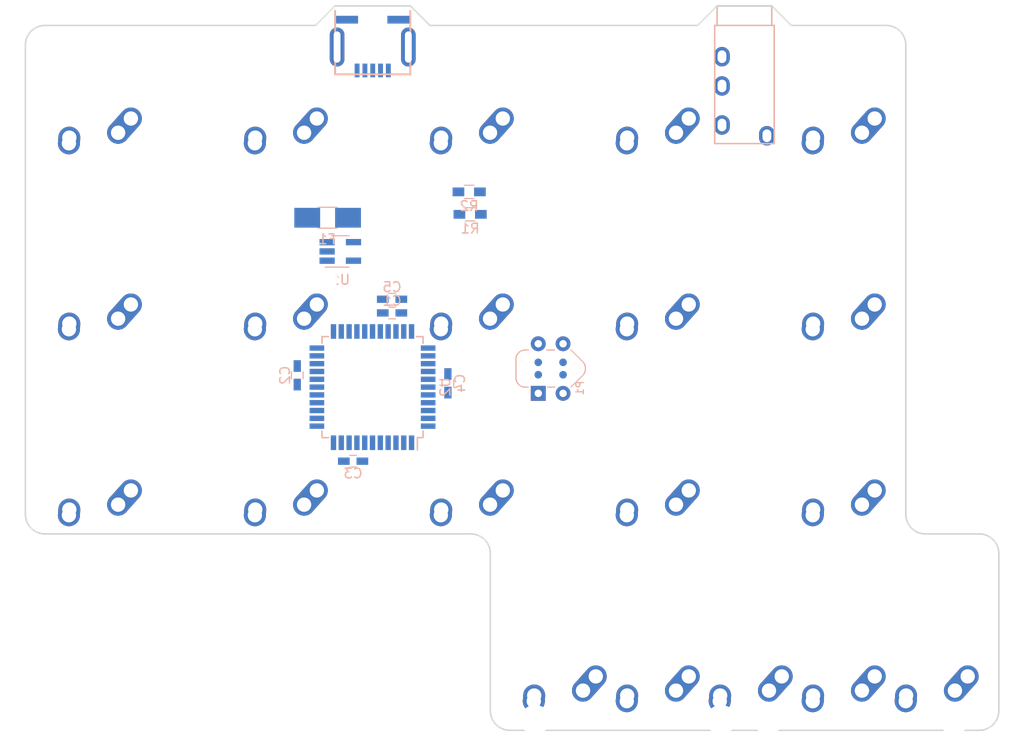
<source format=kicad_pcb>
(kicad_pcb (version 4) (host pcbnew 4.0.7)

  (general
    (links 102)
    (no_connects 62)
    (area 45.314899 36.174999 145.185101 110.535101)
    (thickness 1.6)
    (drawings 24)
    (tracks 0)
    (zones 0)
    (modules 39)
    (nets 61)
  )

  (page A4)
  (layers
    (0 F.Cu signal)
    (31 B.Cu signal)
    (32 B.Adhes user)
    (33 F.Adhes user)
    (34 B.Paste user)
    (35 F.Paste user)
    (36 B.SilkS user)
    (37 F.SilkS user)
    (38 B.Mask user)
    (39 F.Mask user)
    (40 Dwgs.User user)
    (41 Cmts.User user)
    (42 Eco1.User user)
    (43 Eco2.User user)
    (44 Edge.Cuts user)
    (45 Margin user)
    (46 B.CrtYd user)
    (47 F.CrtYd user)
    (48 B.Fab user hide)
    (49 F.Fab user)
  )

  (setup
    (last_trace_width 0.25)
    (user_trace_width 0.254)
    (user_trace_width 0.381)
    (trace_clearance 0.2)
    (zone_clearance 0.508)
    (zone_45_only no)
    (trace_min 0.2)
    (segment_width 0.2)
    (edge_width 0.15)
    (via_size 0.6)
    (via_drill 0.4)
    (via_min_size 0.4)
    (via_min_drill 0.3)
    (uvia_size 0.3)
    (uvia_drill 0.1)
    (uvias_allowed no)
    (uvia_min_size 0.2)
    (uvia_min_drill 0.1)
    (pcb_text_width 0.3)
    (pcb_text_size 1.5 1.5)
    (mod_edge_width 0.15)
    (mod_text_size 1 1)
    (mod_text_width 0.15)
    (pad_size 1.524 1.524)
    (pad_drill 0.762)
    (pad_to_mask_clearance 0.2)
    (aux_axis_origin 0 0)
    (visible_elements 7FFFF7FF)
    (pcbplotparams
      (layerselection 0x00030_80000001)
      (usegerberextensions false)
      (excludeedgelayer true)
      (linewidth 0.100000)
      (plotframeref false)
      (viasonmask false)
      (mode 1)
      (useauxorigin false)
      (hpglpennumber 1)
      (hpglpenspeed 20)
      (hpglpendiameter 15)
      (hpglpenoverlay 2)
      (psnegative false)
      (psa4output false)
      (plotreference true)
      (plotvalue true)
      (plotinvisibletext false)
      (padsonsilk false)
      (subtractmaskfromsilk false)
      (outputformat 1)
      (mirror false)
      (drillshape 1)
      (scaleselection 1)
      (outputdirectory ""))
  )

  (net 0 "")
  (net 1 VCC)
  (net 2 GND)
  (net 3 +5V)
  (net 4 "Net-(F1-Pad2)")
  (net 5 /D-)
  (net 6 /D+)
  (net 7 "Net-(J1-Pad5)")
  (net 8 /PDI)
  (net 9 /RST)
  (net 10 /KEY1)
  (net 11 /KEY2)
  (net 12 /KEY3)
  (net 13 /KEY4)
  (net 14 /KEY5)
  (net 15 /KEY6)
  (net 16 /KEY7)
  (net 17 /KEY8)
  (net 18 /KEY9)
  (net 19 /KEY10)
  (net 20 /KEY11)
  (net 21 /KEY12)
  (net 22 /KEY13)
  (net 23 /KEY14)
  (net 24 /KEY15)
  (net 25 /KEY16)
  (net 26 /KEY17)
  (net 27 /KEY18)
  (net 28 "Net-(U1-Pad4)")
  (net 29 "Net-(U2-Pad1)")
  (net 30 "Net-(U2-Pad2)")
  (net 31 "Net-(U2-Pad3)")
  (net 32 "Net-(U2-Pad4)")
  (net 33 "Net-(U2-Pad5)")
  (net 34 "Net-(U2-Pad6)")
  (net 35 "Net-(U2-Pad7)")
  (net 36 "Net-(U2-Pad10)")
  (net 37 "Net-(U2-Pad11)")
  (net 38 "Net-(U2-Pad12)")
  (net 39 "Net-(U2-Pad13)")
  (net 40 "Net-(U2-Pad14)")
  (net 41 "Net-(U2-Pad15)")
  (net 42 "Net-(U2-Pad16)")
  (net 43 "Net-(U2-Pad17)")
  (net 44 "Net-(U2-Pad20)")
  (net 45 "Net-(U2-Pad21)")
  (net 46 "Net-(U2-Pad22)")
  (net 47 "Net-(U2-Pad23)")
  (net 48 "Net-(U2-Pad24)")
  (net 49 "Net-(U2-Pad25)")
  (net 50 "Net-(U2-Pad32)")
  (net 51 "Net-(U2-Pad33)")
  (net 52 "Net-(U2-Pad36)")
  (net 53 "Net-(U2-Pad37)")
  (net 54 "Net-(U2-Pad40)")
  (net 55 "Net-(U2-Pad41)")
  (net 56 "Net-(U2-Pad42)")
  (net 57 "Net-(U2-Pad43)")
  (net 58 "Net-(U2-Pad44)")
  (net 59 /SCL)
  (net 60 /SDA)

  (net_class Default "This is the default net class."
    (clearance 0.2)
    (trace_width 0.25)
    (via_dia 0.6)
    (via_drill 0.4)
    (uvia_dia 0.3)
    (uvia_drill 0.1)
    (add_net +5V)
    (add_net /D+)
    (add_net /D-)
    (add_net /KEY1)
    (add_net /KEY10)
    (add_net /KEY11)
    (add_net /KEY12)
    (add_net /KEY13)
    (add_net /KEY14)
    (add_net /KEY15)
    (add_net /KEY16)
    (add_net /KEY17)
    (add_net /KEY18)
    (add_net /KEY2)
    (add_net /KEY3)
    (add_net /KEY4)
    (add_net /KEY5)
    (add_net /KEY6)
    (add_net /KEY7)
    (add_net /KEY8)
    (add_net /KEY9)
    (add_net /PDI)
    (add_net /RST)
    (add_net /SCL)
    (add_net /SDA)
    (add_net GND)
    (add_net "Net-(F1-Pad2)")
    (add_net "Net-(J1-Pad5)")
    (add_net "Net-(U1-Pad4)")
    (add_net "Net-(U2-Pad1)")
    (add_net "Net-(U2-Pad10)")
    (add_net "Net-(U2-Pad11)")
    (add_net "Net-(U2-Pad12)")
    (add_net "Net-(U2-Pad13)")
    (add_net "Net-(U2-Pad14)")
    (add_net "Net-(U2-Pad15)")
    (add_net "Net-(U2-Pad16)")
    (add_net "Net-(U2-Pad17)")
    (add_net "Net-(U2-Pad2)")
    (add_net "Net-(U2-Pad20)")
    (add_net "Net-(U2-Pad21)")
    (add_net "Net-(U2-Pad22)")
    (add_net "Net-(U2-Pad23)")
    (add_net "Net-(U2-Pad24)")
    (add_net "Net-(U2-Pad25)")
    (add_net "Net-(U2-Pad3)")
    (add_net "Net-(U2-Pad32)")
    (add_net "Net-(U2-Pad33)")
    (add_net "Net-(U2-Pad36)")
    (add_net "Net-(U2-Pad37)")
    (add_net "Net-(U2-Pad4)")
    (add_net "Net-(U2-Pad40)")
    (add_net "Net-(U2-Pad41)")
    (add_net "Net-(U2-Pad42)")
    (add_net "Net-(U2-Pad43)")
    (add_net "Net-(U2-Pad44)")
    (add_net "Net-(U2-Pad5)")
    (add_net "Net-(U2-Pad6)")
    (add_net "Net-(U2-Pad7)")
    (add_net VCC)
  )

  (module MX_Alps_Hybrid:MX-1U-NoLED locked (layer F.Cu) (tedit 5A9F5203) (tstamp 5AFE0F79)
    (at 90.4875 83.34375 180)
    (path /5AFE2982)
    (fp_text reference SW13 (at 0 3.175 180) (layer Dwgs.User)
      (effects (font (size 1 1) (thickness 0.15)))
    )
    (fp_text value SW_Push (at 0 -7.9375 180) (layer Dwgs.User)
      (effects (font (size 1 1) (thickness 0.15)))
    )
    (fp_line (start 5 -7) (end 7 -7) (layer Dwgs.User) (width 0.15))
    (fp_line (start 7 -7) (end 7 -5) (layer Dwgs.User) (width 0.15))
    (fp_line (start 5 7) (end 7 7) (layer Dwgs.User) (width 0.15))
    (fp_line (start 7 7) (end 7 5) (layer Dwgs.User) (width 0.15))
    (fp_line (start -7 5) (end -7 7) (layer Dwgs.User) (width 0.15))
    (fp_line (start -7 7) (end -5 7) (layer Dwgs.User) (width 0.15))
    (fp_line (start -5 -7) (end -7 -7) (layer Dwgs.User) (width 0.15))
    (fp_line (start -7 -7) (end -7 -5) (layer Dwgs.User) (width 0.15))
    (fp_line (start -9.525 -9.525) (end 9.525 -9.525) (layer Dwgs.User) (width 0.15))
    (fp_line (start 9.525 -9.525) (end 9.525 9.525) (layer Dwgs.User) (width 0.15))
    (fp_line (start 9.525 9.525) (end -9.525 9.525) (layer Dwgs.User) (width 0.15))
    (fp_line (start -9.525 9.525) (end -9.525 -9.525) (layer Dwgs.User) (width 0.15))
    (pad 2 thru_hole oval (at 2.5 -4.5 266.0548) (size 2.831378 2.25) (drill 1.47 (offset 0.290689 0)) (layers *.Cu B.Mask)
      (net 2 GND))
    (pad 2 thru_hole circle (at 2.54 -5.08 180) (size 2.25 2.25) (drill 1.47) (layers *.Cu B.Mask)
      (net 2 GND))
    (pad 1 thru_hole oval (at -3.81 -2.54 228.0996) (size 4.211556 2.25) (drill 1.47 (offset 0.980778 0)) (layers *.Cu B.Mask)
      (net 22 /KEY13))
    (pad "" np_thru_hole circle (at 0 0 180) (size 3.9878 3.9878) (drill 3.9878) (layers *.Cu *.Mask))
    (pad 1 thru_hole circle (at -2.5 -4 180) (size 2.25 2.25) (drill 1.47) (layers *.Cu B.Mask)
      (net 22 /KEY13))
    (pad "" np_thru_hole circle (at -5.08 0 228.0996) (size 1.75 1.75) (drill 1.75) (layers *.Cu *.Mask))
    (pad "" np_thru_hole circle (at 5.08 0 228.0996) (size 1.75 1.75) (drill 1.75) (layers *.Cu *.Mask))
  )

  (module MX_Alps_Hybrid:MX-1U-NoLED locked (layer F.Cu) (tedit 5A9F5203) (tstamp 5AFE0EF5)
    (at 52.3875 45.24375 180)
    (path /5AFE2CAD)
    (fp_text reference SW1 (at 0 3.175 180) (layer Dwgs.User)
      (effects (font (size 1 1) (thickness 0.15)))
    )
    (fp_text value SW_Push (at 0 -7.9375 180) (layer Dwgs.User)
      (effects (font (size 1 1) (thickness 0.15)))
    )
    (fp_line (start 5 -7) (end 7 -7) (layer Dwgs.User) (width 0.15))
    (fp_line (start 7 -7) (end 7 -5) (layer Dwgs.User) (width 0.15))
    (fp_line (start 5 7) (end 7 7) (layer Dwgs.User) (width 0.15))
    (fp_line (start 7 7) (end 7 5) (layer Dwgs.User) (width 0.15))
    (fp_line (start -7 5) (end -7 7) (layer Dwgs.User) (width 0.15))
    (fp_line (start -7 7) (end -5 7) (layer Dwgs.User) (width 0.15))
    (fp_line (start -5 -7) (end -7 -7) (layer Dwgs.User) (width 0.15))
    (fp_line (start -7 -7) (end -7 -5) (layer Dwgs.User) (width 0.15))
    (fp_line (start -9.525 -9.525) (end 9.525 -9.525) (layer Dwgs.User) (width 0.15))
    (fp_line (start 9.525 -9.525) (end 9.525 9.525) (layer Dwgs.User) (width 0.15))
    (fp_line (start 9.525 9.525) (end -9.525 9.525) (layer Dwgs.User) (width 0.15))
    (fp_line (start -9.525 9.525) (end -9.525 -9.525) (layer Dwgs.User) (width 0.15))
    (pad 2 thru_hole oval (at 2.5 -4.5 266.0548) (size 2.831378 2.25) (drill 1.47 (offset 0.290689 0)) (layers *.Cu B.Mask)
      (net 2 GND))
    (pad 2 thru_hole circle (at 2.54 -5.08 180) (size 2.25 2.25) (drill 1.47) (layers *.Cu B.Mask)
      (net 2 GND))
    (pad 1 thru_hole oval (at -3.81 -2.54 228.0996) (size 4.211556 2.25) (drill 1.47 (offset 0.980778 0)) (layers *.Cu B.Mask)
      (net 10 /KEY1))
    (pad "" np_thru_hole circle (at 0 0 180) (size 3.9878 3.9878) (drill 3.9878) (layers *.Cu *.Mask))
    (pad 1 thru_hole circle (at -2.5 -4 180) (size 2.25 2.25) (drill 1.47) (layers *.Cu B.Mask)
      (net 10 /KEY1))
    (pad "" np_thru_hole circle (at -5.08 0 228.0996) (size 1.75 1.75) (drill 1.75) (layers *.Cu *.Mask))
    (pad "" np_thru_hole circle (at 5.08 0 228.0996) (size 1.75 1.75) (drill 1.75) (layers *.Cu *.Mask))
  )

  (module Fuse_Holders_and_Fuses:Fuse_SMD1206_HandSoldering (layer B.Cu) (tedit 0) (tstamp 5AFE0EC4)
    (at 76.35 57.95)
    (descr "Fuse, Sicherung, SMD1206, Littlefuse-Wickmann 433 Series, Hand Soldering,")
    (tags "Fuse Sicherung SMD1206 Littlefuse-Wickmann 433 Series Hand Soldering ")
    (path /5AFE1E18)
    (attr smd)
    (fp_text reference F1 (at -0.05 2.2) (layer B.SilkS)
      (effects (font (size 1 1) (thickness 0.15)) (justify mirror))
    )
    (fp_text value Fuse (at -0.15 -2.5) (layer B.Fab)
      (effects (font (size 1 1) (thickness 0.15)) (justify mirror))
    )
    (fp_line (start -1.6 -0.8) (end -1.6 0.8) (layer B.Fab) (width 0.1))
    (fp_line (start 1.6 -0.8) (end -1.6 -0.8) (layer B.Fab) (width 0.1))
    (fp_line (start 1.6 0.8) (end 1.6 -0.8) (layer B.Fab) (width 0.1))
    (fp_line (start -1.6 0.8) (end 1.6 0.8) (layer B.Fab) (width 0.1))
    (fp_line (start 1 -1.07) (end -1 -1.07) (layer B.SilkS) (width 0.12))
    (fp_line (start -1 1.07) (end 1 1.07) (layer B.SilkS) (width 0.12))
    (fp_line (start -3.35 1.58) (end 3.35 1.58) (layer B.CrtYd) (width 0.05))
    (fp_line (start -3.35 1.58) (end -3.35 -1.58) (layer B.CrtYd) (width 0.05))
    (fp_line (start 3.35 -1.58) (end 3.35 1.58) (layer B.CrtYd) (width 0.05))
    (fp_line (start 3.35 -1.58) (end -3.35 -1.58) (layer B.CrtYd) (width 0.05))
    (pad 1 smd rect (at -2.09 0 270) (size 2.03 2.65) (layers B.Cu B.Paste B.Mask)
      (net 3 +5V))
    (pad 2 smd rect (at 2.09 0 270) (size 2.03 2.65) (layers B.Cu B.Paste B.Mask)
      (net 4 "Net-(F1-Pad2)"))
  )

  (module keyboard_parts:USB_miniB_hirose_5S8 (layer B.Cu) (tedit 5950B1FC) (tstamp 5AFE0ED1)
    (at 80.97 42.86)
    (descr "USB miniB hirose UX60SC-MB-5S8")
    (tags "USB miniB hirose through hole UX60SC-MB-5S8")
    (path /5AFE0641)
    (fp_text reference J1 (at 0 -2.45) (layer B.SilkS) hide
      (effects (font (size 0.8128 0.8128) (thickness 0.2032)) (justify mirror))
    )
    (fp_text value USB_B (at 0 -7.95) (layer Dwgs.User) hide
      (effects (font (thickness 0.3048)))
    )
    (fp_line (start 3.85 0.4) (end 3.85 -6.1) (layer B.SilkS) (width 0.2))
    (fp_line (start -3.85 0.4) (end -3.85 -6.1) (layer B.SilkS) (width 0.2))
    (fp_line (start -3.85 0.4) (end 3.85 0.4) (layer B.SilkS) (width 0.2))
    (fp_line (start -1 -6.1) (end 1 -6.1) (layer Dwgs.User) (width 0.2))
    (fp_line (start -3.85 -6.6) (end -3.85 -5.7) (layer Dwgs.User) (width 0.2))
    (fp_line (start 3.85 -6.6) (end 3.85 -5.7) (layer Dwgs.User) (width 0.2))
    (fp_text user "PCB edge" (at -0.05 -5.35) (layer Dwgs.User) hide
      (effects (font (size 0.5 0.5) (thickness 0.125)))
    )
    (fp_line (start -3.85 -6.6) (end 3.85 -6.6) (layer Dwgs.User) (width 0.2))
    (pad 6 smd rect (at 2.675 -5.2) (size 2.35 0.8) (layers B.Cu B.Paste B.Mask))
    (pad 6 smd rect (at -2.675 -5.2) (size 2.35 0.8) (layers B.Cu B.Paste B.Mask))
    (pad 1 smd rect (at -1.6 0) (size 0.5 1.4) (layers B.Cu B.Paste B.Mask)
      (net 4 "Net-(F1-Pad2)"))
    (pad 2 smd rect (at -0.8 0) (size 0.5 1.4) (layers B.Cu B.Paste B.Mask)
      (net 5 /D-))
    (pad 3 smd rect (at 0 0) (size 0.5 1.4) (layers B.Cu B.Paste B.Mask)
      (net 6 /D+))
    (pad 4 smd rect (at 0.8 0) (size 0.5 1.4) (layers B.Cu B.Paste B.Mask)
      (net 2 GND))
    (pad 5 smd rect (at 1.6 0) (size 0.5 1.4) (layers B.Cu B.Paste B.Mask)
      (net 7 "Net-(J1-Pad5)"))
    (pad 6 thru_hole oval (at -3.65 -2.4) (size 1.5 4) (drill oval 0.7 3.2) (layers *.Cu *.Mask B.Paste))
    (pad 6 thru_hole oval (at 3.65 -2.4) (size 1.5 4) (drill oval 0.7 3.2) (layers *.Cu *.Mask B.Paste))
  )

  (module Keebio-Parts:TRRS-PJ-320A (layer B.Cu) (tedit 5981F42F) (tstamp 5AFE0EDB)
    (at 119.05 38.25 180)
    (path /5AFE070A)
    (fp_text reference J2 (at 0 -14.2 180) (layer Dwgs.User)
      (effects (font (size 1 1) (thickness 0.15)))
    )
    (fp_text value Audio-Jack-4 (at 0 5.6 180) (layer B.Fab)
      (effects (font (size 1 1) (thickness 0.15)) (justify mirror))
    )
    (fp_line (start 2.8 2) (end -2.8 2) (layer B.SilkS) (width 0.15))
    (fp_line (start -2.8 0) (end -2.8 2) (layer B.SilkS) (width 0.15))
    (fp_line (start 2.8 0) (end 2.8 2) (layer B.SilkS) (width 0.15))
    (fp_line (start -3.05 0) (end -3.05 -12.1) (layer B.SilkS) (width 0.15))
    (fp_line (start 3.05 0) (end 3.05 -12.1) (layer B.SilkS) (width 0.15))
    (fp_line (start 3.05 -12.1) (end -3.05 -12.1) (layer B.SilkS) (width 0.15))
    (fp_line (start 3.05 0) (end -3.05 0) (layer B.SilkS) (width 0.15))
    (pad 1 thru_hole oval (at -2.3 -11.3 180) (size 1.6 2) (drill oval 0.9 1.3) (layers *.Cu *.Mask)
      (net 1 VCC))
    (pad 2 thru_hole oval (at 2.3 -10.2 180) (size 1.6 2) (drill oval 0.9 1.3) (layers *.Cu *.Mask)
      (net 59 /SCL))
    (pad 4 thru_hole oval (at 2.3 -3.2 180) (size 1.6 2) (drill oval 0.9 1.3) (layers *.Cu *.Mask)
      (net 2 GND))
    (pad "" np_thru_hole circle (at 0 -8.6 180) (size 0.8 0.8) (drill 0.8) (layers *.Cu *.Mask))
    (pad "" np_thru_hole circle (at 0 -1.6 180) (size 0.8 0.8) (drill 0.8) (layers *.Cu *.Mask))
    (pad 3 thru_hole oval (at 2.3 -6.2 180) (size 1.6 2) (drill oval 0.9 1.3) (layers *.Cu *.Mask)
      (net 60 /SDA))
  )

  (module Tag-Connect:TC2030-NL_SMALL_AND_IDC_PDI (layer B.Cu) (tedit 5A4D5A09) (tstamp 5AFE0EEA)
    (at 99.2 73.4 180)
    (descr "Tag-Connect TC2030-NL footprint by carloscuev@gmail.com")
    (tags "Tag-Connect TC2030-NL")
    (path /5AFE0767)
    (clearance 0.127)
    (attr virtual)
    (fp_text reference P1 (at -3 -2 450) (layer B.SilkS)
      (effects (font (size 0.75692 0.75692) (thickness 0.127)) (justify mirror))
    )
    (fp_text value TC2030-IDC (at -1.933 0 450) (layer B.SilkS) hide
      (effects (font (size 0.75692 0.75692) (thickness 0.127)) (justify mirror))
    )
    (fp_line (start 2.6035 -1.905) (end 2.3035 -1.905) (layer B.SilkS) (width 0.127))
    (fp_line (start 0.4 1.9) (end -0.4 1.9) (layer B.SilkS) (width 0.127))
    (fp_line (start 0.3 -1.9) (end -0.4 -1.9) (layer B.SilkS) (width 0.127))
    (fp_line (start -3.2639 -0.7239) (end -2.0828 -1.905) (layer B.SilkS) (width 0.127))
    (fp_line (start -3.2639 0.7239) (end -2.0828 1.905) (layer B.SilkS) (width 0.127))
    (fp_arc (start -2.54 0) (end -3.2639 -0.7239) (angle -90) (layer B.SilkS) (width 0.127))
    (fp_line (start 3.556 0.9525) (end 3.556 -0.9525) (layer B.SilkS) (width 0.127))
    (fp_arc (start 2.6035 -0.9525) (end 3.556 -0.9525) (angle -90) (layer B.SilkS) (width 0.127))
    (fp_arc (start 2.6035 0.9525) (end 2.6035 1.905) (angle -90) (layer B.SilkS) (width 0.127))
    (fp_line (start 2.6035 1.905) (end 2.3035 1.905) (layer B.SilkS) (width 0.127))
    (pad 1 connect circle (at -1.27 -0.635 180) (size 0.78486 0.78486) (layers B.Cu B.Mask)
      (net 8 /PDI))
    (pad 2 connect circle (at -1.27 0.635 180) (size 0.78486 0.78486) (layers B.Cu B.Mask)
      (net 1 VCC))
    (pad 5 connect circle (at 1.27 -0.635 180) (size 0.78486 0.78486) (layers B.Cu B.Mask)
      (net 9 /RST))
    (pad 6 connect circle (at 1.27 0.635 180) (size 0.78486 0.78486) (layers B.Cu B.Mask)
      (net 2 GND))
    (pad "" np_thru_hole circle (at -2.54 0 180) (size 0.98806 0.98806) (drill 0.98806) (layers *.Cu *.Mask B.SilkS))
    (pad "" np_thru_hole circle (at 2.54 1.016 180) (size 0.98552 0.98552) (drill 0.98552) (layers *.Cu *.Mask B.SilkS))
    (pad "" np_thru_hole circle (at 2.54 -1.016 180) (size 0.98552 0.98552) (drill 0.98552) (layers *.Cu *.Mask B.SilkS))
    (pad 2 thru_hole circle (at -1.27 -2.54 90) (size 1.524 1.524) (drill 0.762) (layers *.Cu *.Mask)
      (net 1 VCC))
    (pad 6 thru_hole circle (at -1.27 2.54 90) (size 1.524 1.524) (drill 0.762) (layers *.Cu *.Mask)
      (net 2 GND))
    (pad 1 thru_hole rect (at 1.27 -2.54 90) (size 1.524 1.524) (drill 0.762) (layers *.Cu *.Mask)
      (net 8 /PDI))
    (pad 5 thru_hole circle (at 1.27 2.54 90) (size 1.524 1.524) (drill 0.762) (layers *.Cu *.Mask)
      (net 9 /RST))
  )

  (module MX_Alps_Hybrid:MX-1U-NoLED locked (layer F.Cu) (tedit 5A9F5203) (tstamp 5AFE0F00)
    (at 71.4375 45.24375 180)
    (path /5AFE2CB5)
    (fp_text reference SW2 (at 0 3.175 180) (layer Dwgs.User)
      (effects (font (size 1 1) (thickness 0.15)))
    )
    (fp_text value SW_Push (at 0 -7.9375 180) (layer Dwgs.User)
      (effects (font (size 1 1) (thickness 0.15)))
    )
    (fp_line (start 5 -7) (end 7 -7) (layer Dwgs.User) (width 0.15))
    (fp_line (start 7 -7) (end 7 -5) (layer Dwgs.User) (width 0.15))
    (fp_line (start 5 7) (end 7 7) (layer Dwgs.User) (width 0.15))
    (fp_line (start 7 7) (end 7 5) (layer Dwgs.User) (width 0.15))
    (fp_line (start -7 5) (end -7 7) (layer Dwgs.User) (width 0.15))
    (fp_line (start -7 7) (end -5 7) (layer Dwgs.User) (width 0.15))
    (fp_line (start -5 -7) (end -7 -7) (layer Dwgs.User) (width 0.15))
    (fp_line (start -7 -7) (end -7 -5) (layer Dwgs.User) (width 0.15))
    (fp_line (start -9.525 -9.525) (end 9.525 -9.525) (layer Dwgs.User) (width 0.15))
    (fp_line (start 9.525 -9.525) (end 9.525 9.525) (layer Dwgs.User) (width 0.15))
    (fp_line (start 9.525 9.525) (end -9.525 9.525) (layer Dwgs.User) (width 0.15))
    (fp_line (start -9.525 9.525) (end -9.525 -9.525) (layer Dwgs.User) (width 0.15))
    (pad 2 thru_hole oval (at 2.5 -4.5 266.0548) (size 2.831378 2.25) (drill 1.47 (offset 0.290689 0)) (layers *.Cu B.Mask)
      (net 2 GND))
    (pad 2 thru_hole circle (at 2.54 -5.08 180) (size 2.25 2.25) (drill 1.47) (layers *.Cu B.Mask)
      (net 2 GND))
    (pad 1 thru_hole oval (at -3.81 -2.54 228.0996) (size 4.211556 2.25) (drill 1.47 (offset 0.980778 0)) (layers *.Cu B.Mask)
      (net 11 /KEY2))
    (pad "" np_thru_hole circle (at 0 0 180) (size 3.9878 3.9878) (drill 3.9878) (layers *.Cu *.Mask))
    (pad 1 thru_hole circle (at -2.5 -4 180) (size 2.25 2.25) (drill 1.47) (layers *.Cu B.Mask)
      (net 11 /KEY2))
    (pad "" np_thru_hole circle (at -5.08 0 228.0996) (size 1.75 1.75) (drill 1.75) (layers *.Cu *.Mask))
    (pad "" np_thru_hole circle (at 5.08 0 228.0996) (size 1.75 1.75) (drill 1.75) (layers *.Cu *.Mask))
  )

  (module MX_Alps_Hybrid:MX-1U-NoLED locked (layer F.Cu) (tedit 5A9F5203) (tstamp 5AFE0F0B)
    (at 90.4875 45.24375 180)
    (path /5AFE2CBD)
    (fp_text reference SW3 (at 0 3.175 180) (layer Dwgs.User)
      (effects (font (size 1 1) (thickness 0.15)))
    )
    (fp_text value SW_Push (at 0 -7.9375 180) (layer Dwgs.User)
      (effects (font (size 1 1) (thickness 0.15)))
    )
    (fp_line (start 5 -7) (end 7 -7) (layer Dwgs.User) (width 0.15))
    (fp_line (start 7 -7) (end 7 -5) (layer Dwgs.User) (width 0.15))
    (fp_line (start 5 7) (end 7 7) (layer Dwgs.User) (width 0.15))
    (fp_line (start 7 7) (end 7 5) (layer Dwgs.User) (width 0.15))
    (fp_line (start -7 5) (end -7 7) (layer Dwgs.User) (width 0.15))
    (fp_line (start -7 7) (end -5 7) (layer Dwgs.User) (width 0.15))
    (fp_line (start -5 -7) (end -7 -7) (layer Dwgs.User) (width 0.15))
    (fp_line (start -7 -7) (end -7 -5) (layer Dwgs.User) (width 0.15))
    (fp_line (start -9.525 -9.525) (end 9.525 -9.525) (layer Dwgs.User) (width 0.15))
    (fp_line (start 9.525 -9.525) (end 9.525 9.525) (layer Dwgs.User) (width 0.15))
    (fp_line (start 9.525 9.525) (end -9.525 9.525) (layer Dwgs.User) (width 0.15))
    (fp_line (start -9.525 9.525) (end -9.525 -9.525) (layer Dwgs.User) (width 0.15))
    (pad 2 thru_hole oval (at 2.5 -4.5 266.0548) (size 2.831378 2.25) (drill 1.47 (offset 0.290689 0)) (layers *.Cu B.Mask)
      (net 2 GND))
    (pad 2 thru_hole circle (at 2.54 -5.08 180) (size 2.25 2.25) (drill 1.47) (layers *.Cu B.Mask)
      (net 2 GND))
    (pad 1 thru_hole oval (at -3.81 -2.54 228.0996) (size 4.211556 2.25) (drill 1.47 (offset 0.980778 0)) (layers *.Cu B.Mask)
      (net 12 /KEY3))
    (pad "" np_thru_hole circle (at 0 0 180) (size 3.9878 3.9878) (drill 3.9878) (layers *.Cu *.Mask))
    (pad 1 thru_hole circle (at -2.5 -4 180) (size 2.25 2.25) (drill 1.47) (layers *.Cu B.Mask)
      (net 12 /KEY3))
    (pad "" np_thru_hole circle (at -5.08 0 228.0996) (size 1.75 1.75) (drill 1.75) (layers *.Cu *.Mask))
    (pad "" np_thru_hole circle (at 5.08 0 228.0996) (size 1.75 1.75) (drill 1.75) (layers *.Cu *.Mask))
  )

  (module MX_Alps_Hybrid:MX-1U-NoLED locked (layer F.Cu) (tedit 5A9F5203) (tstamp 5AFE0F16)
    (at 109.5375 45.24375 180)
    (path /5AFE2CC5)
    (fp_text reference SW4 (at 0 3.175 180) (layer Dwgs.User)
      (effects (font (size 1 1) (thickness 0.15)))
    )
    (fp_text value SW_Push (at 0 -7.9375 180) (layer Dwgs.User)
      (effects (font (size 1 1) (thickness 0.15)))
    )
    (fp_line (start 5 -7) (end 7 -7) (layer Dwgs.User) (width 0.15))
    (fp_line (start 7 -7) (end 7 -5) (layer Dwgs.User) (width 0.15))
    (fp_line (start 5 7) (end 7 7) (layer Dwgs.User) (width 0.15))
    (fp_line (start 7 7) (end 7 5) (layer Dwgs.User) (width 0.15))
    (fp_line (start -7 5) (end -7 7) (layer Dwgs.User) (width 0.15))
    (fp_line (start -7 7) (end -5 7) (layer Dwgs.User) (width 0.15))
    (fp_line (start -5 -7) (end -7 -7) (layer Dwgs.User) (width 0.15))
    (fp_line (start -7 -7) (end -7 -5) (layer Dwgs.User) (width 0.15))
    (fp_line (start -9.525 -9.525) (end 9.525 -9.525) (layer Dwgs.User) (width 0.15))
    (fp_line (start 9.525 -9.525) (end 9.525 9.525) (layer Dwgs.User) (width 0.15))
    (fp_line (start 9.525 9.525) (end -9.525 9.525) (layer Dwgs.User) (width 0.15))
    (fp_line (start -9.525 9.525) (end -9.525 -9.525) (layer Dwgs.User) (width 0.15))
    (pad 2 thru_hole oval (at 2.5 -4.5 266.0548) (size 2.831378 2.25) (drill 1.47 (offset 0.290689 0)) (layers *.Cu B.Mask)
      (net 2 GND))
    (pad 2 thru_hole circle (at 2.54 -5.08 180) (size 2.25 2.25) (drill 1.47) (layers *.Cu B.Mask)
      (net 2 GND))
    (pad 1 thru_hole oval (at -3.81 -2.54 228.0996) (size 4.211556 2.25) (drill 1.47 (offset 0.980778 0)) (layers *.Cu B.Mask)
      (net 13 /KEY4))
    (pad "" np_thru_hole circle (at 0 0 180) (size 3.9878 3.9878) (drill 3.9878) (layers *.Cu *.Mask))
    (pad 1 thru_hole circle (at -2.5 -4 180) (size 2.25 2.25) (drill 1.47) (layers *.Cu B.Mask)
      (net 13 /KEY4))
    (pad "" np_thru_hole circle (at -5.08 0 228.0996) (size 1.75 1.75) (drill 1.75) (layers *.Cu *.Mask))
    (pad "" np_thru_hole circle (at 5.08 0 228.0996) (size 1.75 1.75) (drill 1.75) (layers *.Cu *.Mask))
  )

  (module MX_Alps_Hybrid:MX-1U-NoLED locked (layer F.Cu) (tedit 5A9F5203) (tstamp 5AFE0F21)
    (at 128.5875 45.24375 180)
    (path /5AFE124A)
    (fp_text reference SW5 (at 0 3.175 180) (layer Dwgs.User)
      (effects (font (size 1 1) (thickness 0.15)))
    )
    (fp_text value SW_Push (at 0 -7.9375 180) (layer Dwgs.User)
      (effects (font (size 1 1) (thickness 0.15)))
    )
    (fp_line (start 5 -7) (end 7 -7) (layer Dwgs.User) (width 0.15))
    (fp_line (start 7 -7) (end 7 -5) (layer Dwgs.User) (width 0.15))
    (fp_line (start 5 7) (end 7 7) (layer Dwgs.User) (width 0.15))
    (fp_line (start 7 7) (end 7 5) (layer Dwgs.User) (width 0.15))
    (fp_line (start -7 5) (end -7 7) (layer Dwgs.User) (width 0.15))
    (fp_line (start -7 7) (end -5 7) (layer Dwgs.User) (width 0.15))
    (fp_line (start -5 -7) (end -7 -7) (layer Dwgs.User) (width 0.15))
    (fp_line (start -7 -7) (end -7 -5) (layer Dwgs.User) (width 0.15))
    (fp_line (start -9.525 -9.525) (end 9.525 -9.525) (layer Dwgs.User) (width 0.15))
    (fp_line (start 9.525 -9.525) (end 9.525 9.525) (layer Dwgs.User) (width 0.15))
    (fp_line (start 9.525 9.525) (end -9.525 9.525) (layer Dwgs.User) (width 0.15))
    (fp_line (start -9.525 9.525) (end -9.525 -9.525) (layer Dwgs.User) (width 0.15))
    (pad 2 thru_hole oval (at 2.5 -4.5 266.0548) (size 2.831378 2.25) (drill 1.47 (offset 0.290689 0)) (layers *.Cu B.Mask)
      (net 2 GND))
    (pad 2 thru_hole circle (at 2.54 -5.08 180) (size 2.25 2.25) (drill 1.47) (layers *.Cu B.Mask)
      (net 2 GND))
    (pad 1 thru_hole oval (at -3.81 -2.54 228.0996) (size 4.211556 2.25) (drill 1.47 (offset 0.980778 0)) (layers *.Cu B.Mask)
      (net 14 /KEY5))
    (pad "" np_thru_hole circle (at 0 0 180) (size 3.9878 3.9878) (drill 3.9878) (layers *.Cu *.Mask))
    (pad 1 thru_hole circle (at -2.5 -4 180) (size 2.25 2.25) (drill 1.47) (layers *.Cu B.Mask)
      (net 14 /KEY5))
    (pad "" np_thru_hole circle (at -5.08 0 228.0996) (size 1.75 1.75) (drill 1.75) (layers *.Cu *.Mask))
    (pad "" np_thru_hole circle (at 5.08 0 228.0996) (size 1.75 1.75) (drill 1.75) (layers *.Cu *.Mask))
  )

  (module MX_Alps_Hybrid:MX-1U-NoLED locked (layer F.Cu) (tedit 5A9F5203) (tstamp 5AFE0F2C)
    (at 52.3875 64.29375 180)
    (path /5AFE2530)
    (fp_text reference SW6 (at 0 3.175 180) (layer Dwgs.User)
      (effects (font (size 1 1) (thickness 0.15)))
    )
    (fp_text value SW_Push (at 0 -7.9375 180) (layer Dwgs.User)
      (effects (font (size 1 1) (thickness 0.15)))
    )
    (fp_line (start 5 -7) (end 7 -7) (layer Dwgs.User) (width 0.15))
    (fp_line (start 7 -7) (end 7 -5) (layer Dwgs.User) (width 0.15))
    (fp_line (start 5 7) (end 7 7) (layer Dwgs.User) (width 0.15))
    (fp_line (start 7 7) (end 7 5) (layer Dwgs.User) (width 0.15))
    (fp_line (start -7 5) (end -7 7) (layer Dwgs.User) (width 0.15))
    (fp_line (start -7 7) (end -5 7) (layer Dwgs.User) (width 0.15))
    (fp_line (start -5 -7) (end -7 -7) (layer Dwgs.User) (width 0.15))
    (fp_line (start -7 -7) (end -7 -5) (layer Dwgs.User) (width 0.15))
    (fp_line (start -9.525 -9.525) (end 9.525 -9.525) (layer Dwgs.User) (width 0.15))
    (fp_line (start 9.525 -9.525) (end 9.525 9.525) (layer Dwgs.User) (width 0.15))
    (fp_line (start 9.525 9.525) (end -9.525 9.525) (layer Dwgs.User) (width 0.15))
    (fp_line (start -9.525 9.525) (end -9.525 -9.525) (layer Dwgs.User) (width 0.15))
    (pad 2 thru_hole oval (at 2.5 -4.5 266.0548) (size 2.831378 2.25) (drill 1.47 (offset 0.290689 0)) (layers *.Cu B.Mask)
      (net 2 GND))
    (pad 2 thru_hole circle (at 2.54 -5.08 180) (size 2.25 2.25) (drill 1.47) (layers *.Cu B.Mask)
      (net 2 GND))
    (pad 1 thru_hole oval (at -3.81 -2.54 228.0996) (size 4.211556 2.25) (drill 1.47 (offset 0.980778 0)) (layers *.Cu B.Mask)
      (net 15 /KEY6))
    (pad "" np_thru_hole circle (at 0 0 180) (size 3.9878 3.9878) (drill 3.9878) (layers *.Cu *.Mask))
    (pad 1 thru_hole circle (at -2.5 -4 180) (size 2.25 2.25) (drill 1.47) (layers *.Cu B.Mask)
      (net 15 /KEY6))
    (pad "" np_thru_hole circle (at -5.08 0 228.0996) (size 1.75 1.75) (drill 1.75) (layers *.Cu *.Mask))
    (pad "" np_thru_hole circle (at 5.08 0 228.0996) (size 1.75 1.75) (drill 1.75) (layers *.Cu *.Mask))
  )

  (module MX_Alps_Hybrid:MX-1U-NoLED locked (layer F.Cu) (tedit 5A9F5203) (tstamp 5AFE0F37)
    (at 71.4375 64.29375 180)
    (path /5AFE25DE)
    (fp_text reference SW7 (at 0 3.175 180) (layer Dwgs.User)
      (effects (font (size 1 1) (thickness 0.15)))
    )
    (fp_text value SW_Push (at 0 -7.9375 180) (layer Dwgs.User)
      (effects (font (size 1 1) (thickness 0.15)))
    )
    (fp_line (start 5 -7) (end 7 -7) (layer Dwgs.User) (width 0.15))
    (fp_line (start 7 -7) (end 7 -5) (layer Dwgs.User) (width 0.15))
    (fp_line (start 5 7) (end 7 7) (layer Dwgs.User) (width 0.15))
    (fp_line (start 7 7) (end 7 5) (layer Dwgs.User) (width 0.15))
    (fp_line (start -7 5) (end -7 7) (layer Dwgs.User) (width 0.15))
    (fp_line (start -7 7) (end -5 7) (layer Dwgs.User) (width 0.15))
    (fp_line (start -5 -7) (end -7 -7) (layer Dwgs.User) (width 0.15))
    (fp_line (start -7 -7) (end -7 -5) (layer Dwgs.User) (width 0.15))
    (fp_line (start -9.525 -9.525) (end 9.525 -9.525) (layer Dwgs.User) (width 0.15))
    (fp_line (start 9.525 -9.525) (end 9.525 9.525) (layer Dwgs.User) (width 0.15))
    (fp_line (start 9.525 9.525) (end -9.525 9.525) (layer Dwgs.User) (width 0.15))
    (fp_line (start -9.525 9.525) (end -9.525 -9.525) (layer Dwgs.User) (width 0.15))
    (pad 2 thru_hole oval (at 2.5 -4.5 266.0548) (size 2.831378 2.25) (drill 1.47 (offset 0.290689 0)) (layers *.Cu B.Mask)
      (net 2 GND))
    (pad 2 thru_hole circle (at 2.54 -5.08 180) (size 2.25 2.25) (drill 1.47) (layers *.Cu B.Mask)
      (net 2 GND))
    (pad 1 thru_hole oval (at -3.81 -2.54 228.0996) (size 4.211556 2.25) (drill 1.47 (offset 0.980778 0)) (layers *.Cu B.Mask)
      (net 16 /KEY7))
    (pad "" np_thru_hole circle (at 0 0 180) (size 3.9878 3.9878) (drill 3.9878) (layers *.Cu *.Mask))
    (pad 1 thru_hole circle (at -2.5 -4 180) (size 2.25 2.25) (drill 1.47) (layers *.Cu B.Mask)
      (net 16 /KEY7))
    (pad "" np_thru_hole circle (at -5.08 0 228.0996) (size 1.75 1.75) (drill 1.75) (layers *.Cu *.Mask))
    (pad "" np_thru_hole circle (at 5.08 0 228.0996) (size 1.75 1.75) (drill 1.75) (layers *.Cu *.Mask))
  )

  (module MX_Alps_Hybrid:MX-1U-NoLED locked (layer F.Cu) (tedit 5A9F5203) (tstamp 5AFE0F42)
    (at 90.4875 64.29375 180)
    (path /5AFE25E6)
    (fp_text reference SW8 (at 0 3.175 180) (layer Dwgs.User)
      (effects (font (size 1 1) (thickness 0.15)))
    )
    (fp_text value SW_Push (at 0 -7.9375 180) (layer Dwgs.User)
      (effects (font (size 1 1) (thickness 0.15)))
    )
    (fp_line (start 5 -7) (end 7 -7) (layer Dwgs.User) (width 0.15))
    (fp_line (start 7 -7) (end 7 -5) (layer Dwgs.User) (width 0.15))
    (fp_line (start 5 7) (end 7 7) (layer Dwgs.User) (width 0.15))
    (fp_line (start 7 7) (end 7 5) (layer Dwgs.User) (width 0.15))
    (fp_line (start -7 5) (end -7 7) (layer Dwgs.User) (width 0.15))
    (fp_line (start -7 7) (end -5 7) (layer Dwgs.User) (width 0.15))
    (fp_line (start -5 -7) (end -7 -7) (layer Dwgs.User) (width 0.15))
    (fp_line (start -7 -7) (end -7 -5) (layer Dwgs.User) (width 0.15))
    (fp_line (start -9.525 -9.525) (end 9.525 -9.525) (layer Dwgs.User) (width 0.15))
    (fp_line (start 9.525 -9.525) (end 9.525 9.525) (layer Dwgs.User) (width 0.15))
    (fp_line (start 9.525 9.525) (end -9.525 9.525) (layer Dwgs.User) (width 0.15))
    (fp_line (start -9.525 9.525) (end -9.525 -9.525) (layer Dwgs.User) (width 0.15))
    (pad 2 thru_hole oval (at 2.5 -4.5 266.0548) (size 2.831378 2.25) (drill 1.47 (offset 0.290689 0)) (layers *.Cu B.Mask)
      (net 2 GND))
    (pad 2 thru_hole circle (at 2.54 -5.08 180) (size 2.25 2.25) (drill 1.47) (layers *.Cu B.Mask)
      (net 2 GND))
    (pad 1 thru_hole oval (at -3.81 -2.54 228.0996) (size 4.211556 2.25) (drill 1.47 (offset 0.980778 0)) (layers *.Cu B.Mask)
      (net 17 /KEY8))
    (pad "" np_thru_hole circle (at 0 0 180) (size 3.9878 3.9878) (drill 3.9878) (layers *.Cu *.Mask))
    (pad 1 thru_hole circle (at -2.5 -4 180) (size 2.25 2.25) (drill 1.47) (layers *.Cu B.Mask)
      (net 17 /KEY8))
    (pad "" np_thru_hole circle (at -5.08 0 228.0996) (size 1.75 1.75) (drill 1.75) (layers *.Cu *.Mask))
    (pad "" np_thru_hole circle (at 5.08 0 228.0996) (size 1.75 1.75) (drill 1.75) (layers *.Cu *.Mask))
  )

  (module MX_Alps_Hybrid:MX-1U-NoLED locked (layer F.Cu) (tedit 5A9F5203) (tstamp 5AFE0F4D)
    (at 109.5375 64.29375 180)
    (path /5AFE272C)
    (fp_text reference SW9 (at 0 3.175 180) (layer Dwgs.User)
      (effects (font (size 1 1) (thickness 0.15)))
    )
    (fp_text value SW_Push (at 0 -7.9375 180) (layer Dwgs.User)
      (effects (font (size 1 1) (thickness 0.15)))
    )
    (fp_line (start 5 -7) (end 7 -7) (layer Dwgs.User) (width 0.15))
    (fp_line (start 7 -7) (end 7 -5) (layer Dwgs.User) (width 0.15))
    (fp_line (start 5 7) (end 7 7) (layer Dwgs.User) (width 0.15))
    (fp_line (start 7 7) (end 7 5) (layer Dwgs.User) (width 0.15))
    (fp_line (start -7 5) (end -7 7) (layer Dwgs.User) (width 0.15))
    (fp_line (start -7 7) (end -5 7) (layer Dwgs.User) (width 0.15))
    (fp_line (start -5 -7) (end -7 -7) (layer Dwgs.User) (width 0.15))
    (fp_line (start -7 -7) (end -7 -5) (layer Dwgs.User) (width 0.15))
    (fp_line (start -9.525 -9.525) (end 9.525 -9.525) (layer Dwgs.User) (width 0.15))
    (fp_line (start 9.525 -9.525) (end 9.525 9.525) (layer Dwgs.User) (width 0.15))
    (fp_line (start 9.525 9.525) (end -9.525 9.525) (layer Dwgs.User) (width 0.15))
    (fp_line (start -9.525 9.525) (end -9.525 -9.525) (layer Dwgs.User) (width 0.15))
    (pad 2 thru_hole oval (at 2.5 -4.5 266.0548) (size 2.831378 2.25) (drill 1.47 (offset 0.290689 0)) (layers *.Cu B.Mask)
      (net 2 GND))
    (pad 2 thru_hole circle (at 2.54 -5.08 180) (size 2.25 2.25) (drill 1.47) (layers *.Cu B.Mask)
      (net 2 GND))
    (pad 1 thru_hole oval (at -3.81 -2.54 228.0996) (size 4.211556 2.25) (drill 1.47 (offset 0.980778 0)) (layers *.Cu B.Mask)
      (net 18 /KEY9))
    (pad "" np_thru_hole circle (at 0 0 180) (size 3.9878 3.9878) (drill 3.9878) (layers *.Cu *.Mask))
    (pad 1 thru_hole circle (at -2.5 -4 180) (size 2.25 2.25) (drill 1.47) (layers *.Cu B.Mask)
      (net 18 /KEY9))
    (pad "" np_thru_hole circle (at -5.08 0 228.0996) (size 1.75 1.75) (drill 1.75) (layers *.Cu *.Mask))
    (pad "" np_thru_hole circle (at 5.08 0 228.0996) (size 1.75 1.75) (drill 1.75) (layers *.Cu *.Mask))
  )

  (module MX_Alps_Hybrid:MX-1U-NoLED locked (layer F.Cu) (tedit 5A9F5203) (tstamp 5AFE0F58)
    (at 128.5875 64.29375 180)
    (path /5AFE2734)
    (fp_text reference SW10 (at 0 3.175 180) (layer Dwgs.User)
      (effects (font (size 1 1) (thickness 0.15)))
    )
    (fp_text value SW_Push (at 0 -7.9375 180) (layer Dwgs.User)
      (effects (font (size 1 1) (thickness 0.15)))
    )
    (fp_line (start 5 -7) (end 7 -7) (layer Dwgs.User) (width 0.15))
    (fp_line (start 7 -7) (end 7 -5) (layer Dwgs.User) (width 0.15))
    (fp_line (start 5 7) (end 7 7) (layer Dwgs.User) (width 0.15))
    (fp_line (start 7 7) (end 7 5) (layer Dwgs.User) (width 0.15))
    (fp_line (start -7 5) (end -7 7) (layer Dwgs.User) (width 0.15))
    (fp_line (start -7 7) (end -5 7) (layer Dwgs.User) (width 0.15))
    (fp_line (start -5 -7) (end -7 -7) (layer Dwgs.User) (width 0.15))
    (fp_line (start -7 -7) (end -7 -5) (layer Dwgs.User) (width 0.15))
    (fp_line (start -9.525 -9.525) (end 9.525 -9.525) (layer Dwgs.User) (width 0.15))
    (fp_line (start 9.525 -9.525) (end 9.525 9.525) (layer Dwgs.User) (width 0.15))
    (fp_line (start 9.525 9.525) (end -9.525 9.525) (layer Dwgs.User) (width 0.15))
    (fp_line (start -9.525 9.525) (end -9.525 -9.525) (layer Dwgs.User) (width 0.15))
    (pad 2 thru_hole oval (at 2.5 -4.5 266.0548) (size 2.831378 2.25) (drill 1.47 (offset 0.290689 0)) (layers *.Cu B.Mask)
      (net 2 GND))
    (pad 2 thru_hole circle (at 2.54 -5.08 180) (size 2.25 2.25) (drill 1.47) (layers *.Cu B.Mask)
      (net 2 GND))
    (pad 1 thru_hole oval (at -3.81 -2.54 228.0996) (size 4.211556 2.25) (drill 1.47 (offset 0.980778 0)) (layers *.Cu B.Mask)
      (net 19 /KEY10))
    (pad "" np_thru_hole circle (at 0 0 180) (size 3.9878 3.9878) (drill 3.9878) (layers *.Cu *.Mask))
    (pad 1 thru_hole circle (at -2.5 -4 180) (size 2.25 2.25) (drill 1.47) (layers *.Cu B.Mask)
      (net 19 /KEY10))
    (pad "" np_thru_hole circle (at -5.08 0 228.0996) (size 1.75 1.75) (drill 1.75) (layers *.Cu *.Mask))
    (pad "" np_thru_hole circle (at 5.08 0 228.0996) (size 1.75 1.75) (drill 1.75) (layers *.Cu *.Mask))
  )

  (module MX_Alps_Hybrid:MX-1U-NoLED locked (layer F.Cu) (tedit 5A9F5203) (tstamp 5AFE0F63)
    (at 52.3875 83.34375 180)
    (path /5AFE273C)
    (fp_text reference SW11 (at 0 3.175 180) (layer Dwgs.User)
      (effects (font (size 1 1) (thickness 0.15)))
    )
    (fp_text value SW_Push (at 0 -7.9375 180) (layer Dwgs.User)
      (effects (font (size 1 1) (thickness 0.15)))
    )
    (fp_line (start 5 -7) (end 7 -7) (layer Dwgs.User) (width 0.15))
    (fp_line (start 7 -7) (end 7 -5) (layer Dwgs.User) (width 0.15))
    (fp_line (start 5 7) (end 7 7) (layer Dwgs.User) (width 0.15))
    (fp_line (start 7 7) (end 7 5) (layer Dwgs.User) (width 0.15))
    (fp_line (start -7 5) (end -7 7) (layer Dwgs.User) (width 0.15))
    (fp_line (start -7 7) (end -5 7) (layer Dwgs.User) (width 0.15))
    (fp_line (start -5 -7) (end -7 -7) (layer Dwgs.User) (width 0.15))
    (fp_line (start -7 -7) (end -7 -5) (layer Dwgs.User) (width 0.15))
    (fp_line (start -9.525 -9.525) (end 9.525 -9.525) (layer Dwgs.User) (width 0.15))
    (fp_line (start 9.525 -9.525) (end 9.525 9.525) (layer Dwgs.User) (width 0.15))
    (fp_line (start 9.525 9.525) (end -9.525 9.525) (layer Dwgs.User) (width 0.15))
    (fp_line (start -9.525 9.525) (end -9.525 -9.525) (layer Dwgs.User) (width 0.15))
    (pad 2 thru_hole oval (at 2.5 -4.5 266.0548) (size 2.831378 2.25) (drill 1.47 (offset 0.290689 0)) (layers *.Cu B.Mask)
      (net 2 GND))
    (pad 2 thru_hole circle (at 2.54 -5.08 180) (size 2.25 2.25) (drill 1.47) (layers *.Cu B.Mask)
      (net 2 GND))
    (pad 1 thru_hole oval (at -3.81 -2.54 228.0996) (size 4.211556 2.25) (drill 1.47 (offset 0.980778 0)) (layers *.Cu B.Mask)
      (net 20 /KEY11))
    (pad "" np_thru_hole circle (at 0 0 180) (size 3.9878 3.9878) (drill 3.9878) (layers *.Cu *.Mask))
    (pad 1 thru_hole circle (at -2.5 -4 180) (size 2.25 2.25) (drill 1.47) (layers *.Cu B.Mask)
      (net 20 /KEY11))
    (pad "" np_thru_hole circle (at -5.08 0 228.0996) (size 1.75 1.75) (drill 1.75) (layers *.Cu *.Mask))
    (pad "" np_thru_hole circle (at 5.08 0 228.0996) (size 1.75 1.75) (drill 1.75) (layers *.Cu *.Mask))
  )

  (module MX_Alps_Hybrid:MX-1U-NoLED locked (layer F.Cu) (tedit 5A9F5203) (tstamp 5AFE0F6E)
    (at 71.4375 83.34375 180)
    (path /5AFE2744)
    (fp_text reference SW12 (at 0 3.175 180) (layer Dwgs.User)
      (effects (font (size 1 1) (thickness 0.15)))
    )
    (fp_text value SW_Push (at 0 -7.9375 180) (layer Dwgs.User)
      (effects (font (size 1 1) (thickness 0.15)))
    )
    (fp_line (start 5 -7) (end 7 -7) (layer Dwgs.User) (width 0.15))
    (fp_line (start 7 -7) (end 7 -5) (layer Dwgs.User) (width 0.15))
    (fp_line (start 5 7) (end 7 7) (layer Dwgs.User) (width 0.15))
    (fp_line (start 7 7) (end 7 5) (layer Dwgs.User) (width 0.15))
    (fp_line (start -7 5) (end -7 7) (layer Dwgs.User) (width 0.15))
    (fp_line (start -7 7) (end -5 7) (layer Dwgs.User) (width 0.15))
    (fp_line (start -5 -7) (end -7 -7) (layer Dwgs.User) (width 0.15))
    (fp_line (start -7 -7) (end -7 -5) (layer Dwgs.User) (width 0.15))
    (fp_line (start -9.525 -9.525) (end 9.525 -9.525) (layer Dwgs.User) (width 0.15))
    (fp_line (start 9.525 -9.525) (end 9.525 9.525) (layer Dwgs.User) (width 0.15))
    (fp_line (start 9.525 9.525) (end -9.525 9.525) (layer Dwgs.User) (width 0.15))
    (fp_line (start -9.525 9.525) (end -9.525 -9.525) (layer Dwgs.User) (width 0.15))
    (pad 2 thru_hole oval (at 2.5 -4.5 266.0548) (size 2.831378 2.25) (drill 1.47 (offset 0.290689 0)) (layers *.Cu B.Mask)
      (net 2 GND))
    (pad 2 thru_hole circle (at 2.54 -5.08 180) (size 2.25 2.25) (drill 1.47) (layers *.Cu B.Mask)
      (net 2 GND))
    (pad 1 thru_hole oval (at -3.81 -2.54 228.0996) (size 4.211556 2.25) (drill 1.47 (offset 0.980778 0)) (layers *.Cu B.Mask)
      (net 21 /KEY12))
    (pad "" np_thru_hole circle (at 0 0 180) (size 3.9878 3.9878) (drill 3.9878) (layers *.Cu *.Mask))
    (pad 1 thru_hole circle (at -2.5 -4 180) (size 2.25 2.25) (drill 1.47) (layers *.Cu B.Mask)
      (net 21 /KEY12))
    (pad "" np_thru_hole circle (at -5.08 0 228.0996) (size 1.75 1.75) (drill 1.75) (layers *.Cu *.Mask))
    (pad "" np_thru_hole circle (at 5.08 0 228.0996) (size 1.75 1.75) (drill 1.75) (layers *.Cu *.Mask))
  )

  (module MX_Alps_Hybrid:MX-1U-NoLED locked (layer F.Cu) (tedit 5A9F5203) (tstamp 5AFE0F84)
    (at 109.5375 83.34375 180)
    (path /5AFE298A)
    (fp_text reference SW14 (at 0 3.175 180) (layer Dwgs.User)
      (effects (font (size 1 1) (thickness 0.15)))
    )
    (fp_text value SW_Push (at 0 -7.9375 180) (layer Dwgs.User)
      (effects (font (size 1 1) (thickness 0.15)))
    )
    (fp_line (start 5 -7) (end 7 -7) (layer Dwgs.User) (width 0.15))
    (fp_line (start 7 -7) (end 7 -5) (layer Dwgs.User) (width 0.15))
    (fp_line (start 5 7) (end 7 7) (layer Dwgs.User) (width 0.15))
    (fp_line (start 7 7) (end 7 5) (layer Dwgs.User) (width 0.15))
    (fp_line (start -7 5) (end -7 7) (layer Dwgs.User) (width 0.15))
    (fp_line (start -7 7) (end -5 7) (layer Dwgs.User) (width 0.15))
    (fp_line (start -5 -7) (end -7 -7) (layer Dwgs.User) (width 0.15))
    (fp_line (start -7 -7) (end -7 -5) (layer Dwgs.User) (width 0.15))
    (fp_line (start -9.525 -9.525) (end 9.525 -9.525) (layer Dwgs.User) (width 0.15))
    (fp_line (start 9.525 -9.525) (end 9.525 9.525) (layer Dwgs.User) (width 0.15))
    (fp_line (start 9.525 9.525) (end -9.525 9.525) (layer Dwgs.User) (width 0.15))
    (fp_line (start -9.525 9.525) (end -9.525 -9.525) (layer Dwgs.User) (width 0.15))
    (pad 2 thru_hole oval (at 2.5 -4.5 266.0548) (size 2.831378 2.25) (drill 1.47 (offset 0.290689 0)) (layers *.Cu B.Mask)
      (net 2 GND))
    (pad 2 thru_hole circle (at 2.54 -5.08 180) (size 2.25 2.25) (drill 1.47) (layers *.Cu B.Mask)
      (net 2 GND))
    (pad 1 thru_hole oval (at -3.81 -2.54 228.0996) (size 4.211556 2.25) (drill 1.47 (offset 0.980778 0)) (layers *.Cu B.Mask)
      (net 23 /KEY14))
    (pad "" np_thru_hole circle (at 0 0 180) (size 3.9878 3.9878) (drill 3.9878) (layers *.Cu *.Mask))
    (pad 1 thru_hole circle (at -2.5 -4 180) (size 2.25 2.25) (drill 1.47) (layers *.Cu B.Mask)
      (net 23 /KEY14))
    (pad "" np_thru_hole circle (at -5.08 0 228.0996) (size 1.75 1.75) (drill 1.75) (layers *.Cu *.Mask))
    (pad "" np_thru_hole circle (at 5.08 0 228.0996) (size 1.75 1.75) (drill 1.75) (layers *.Cu *.Mask))
  )

  (module MX_Alps_Hybrid:MX-1U-NoLED locked (layer F.Cu) (tedit 5A9F5203) (tstamp 5AFE0F8F)
    (at 128.5875 83.34375 180)
    (path /5AFE2992)
    (fp_text reference SW15 (at 0 3.175 180) (layer Dwgs.User)
      (effects (font (size 1 1) (thickness 0.15)))
    )
    (fp_text value SW_Push (at 0 -7.9375 180) (layer Dwgs.User)
      (effects (font (size 1 1) (thickness 0.15)))
    )
    (fp_line (start 5 -7) (end 7 -7) (layer Dwgs.User) (width 0.15))
    (fp_line (start 7 -7) (end 7 -5) (layer Dwgs.User) (width 0.15))
    (fp_line (start 5 7) (end 7 7) (layer Dwgs.User) (width 0.15))
    (fp_line (start 7 7) (end 7 5) (layer Dwgs.User) (width 0.15))
    (fp_line (start -7 5) (end -7 7) (layer Dwgs.User) (width 0.15))
    (fp_line (start -7 7) (end -5 7) (layer Dwgs.User) (width 0.15))
    (fp_line (start -5 -7) (end -7 -7) (layer Dwgs.User) (width 0.15))
    (fp_line (start -7 -7) (end -7 -5) (layer Dwgs.User) (width 0.15))
    (fp_line (start -9.525 -9.525) (end 9.525 -9.525) (layer Dwgs.User) (width 0.15))
    (fp_line (start 9.525 -9.525) (end 9.525 9.525) (layer Dwgs.User) (width 0.15))
    (fp_line (start 9.525 9.525) (end -9.525 9.525) (layer Dwgs.User) (width 0.15))
    (fp_line (start -9.525 9.525) (end -9.525 -9.525) (layer Dwgs.User) (width 0.15))
    (pad 2 thru_hole oval (at 2.5 -4.5 266.0548) (size 2.831378 2.25) (drill 1.47 (offset 0.290689 0)) (layers *.Cu B.Mask)
      (net 2 GND))
    (pad 2 thru_hole circle (at 2.54 -5.08 180) (size 2.25 2.25) (drill 1.47) (layers *.Cu B.Mask)
      (net 2 GND))
    (pad 1 thru_hole oval (at -3.81 -2.54 228.0996) (size 4.211556 2.25) (drill 1.47 (offset 0.980778 0)) (layers *.Cu B.Mask)
      (net 24 /KEY15))
    (pad "" np_thru_hole circle (at 0 0 180) (size 3.9878 3.9878) (drill 3.9878) (layers *.Cu *.Mask))
    (pad 1 thru_hole circle (at -2.5 -4 180) (size 2.25 2.25) (drill 1.47) (layers *.Cu B.Mask)
      (net 24 /KEY15))
    (pad "" np_thru_hole circle (at -5.08 0 228.0996) (size 1.75 1.75) (drill 1.75) (layers *.Cu *.Mask))
    (pad "" np_thru_hole circle (at 5.08 0 228.0996) (size 1.75 1.75) (drill 1.75) (layers *.Cu *.Mask))
  )

  (module MX_Alps_Hybrid:MX-1U-NoLED locked (layer F.Cu) (tedit 5A9F5203) (tstamp 5AFE0F9A)
    (at 100.0125 102.39375 180)
    (path /5AFE299A)
    (fp_text reference SW16 (at 0 3.175 180) (layer Dwgs.User)
      (effects (font (size 1 1) (thickness 0.15)))
    )
    (fp_text value SW_Push (at 0 -7.9375 180) (layer Dwgs.User)
      (effects (font (size 1 1) (thickness 0.15)))
    )
    (fp_line (start 5 -7) (end 7 -7) (layer Dwgs.User) (width 0.15))
    (fp_line (start 7 -7) (end 7 -5) (layer Dwgs.User) (width 0.15))
    (fp_line (start 5 7) (end 7 7) (layer Dwgs.User) (width 0.15))
    (fp_line (start 7 7) (end 7 5) (layer Dwgs.User) (width 0.15))
    (fp_line (start -7 5) (end -7 7) (layer Dwgs.User) (width 0.15))
    (fp_line (start -7 7) (end -5 7) (layer Dwgs.User) (width 0.15))
    (fp_line (start -5 -7) (end -7 -7) (layer Dwgs.User) (width 0.15))
    (fp_line (start -7 -7) (end -7 -5) (layer Dwgs.User) (width 0.15))
    (fp_line (start -9.525 -9.525) (end 9.525 -9.525) (layer Dwgs.User) (width 0.15))
    (fp_line (start 9.525 -9.525) (end 9.525 9.525) (layer Dwgs.User) (width 0.15))
    (fp_line (start 9.525 9.525) (end -9.525 9.525) (layer Dwgs.User) (width 0.15))
    (fp_line (start -9.525 9.525) (end -9.525 -9.525) (layer Dwgs.User) (width 0.15))
    (pad 2 thru_hole oval (at 2.5 -4.5 266.0548) (size 2.831378 2.25) (drill 1.47 (offset 0.290689 0)) (layers *.Cu B.Mask)
      (net 2 GND))
    (pad 2 thru_hole circle (at 2.54 -5.08 180) (size 2.25 2.25) (drill 1.47) (layers *.Cu B.Mask)
      (net 2 GND))
    (pad 1 thru_hole oval (at -3.81 -2.54 228.0996) (size 4.211556 2.25) (drill 1.47 (offset 0.980778 0)) (layers *.Cu B.Mask)
      (net 25 /KEY16))
    (pad "" np_thru_hole circle (at 0 0 180) (size 3.9878 3.9878) (drill 3.9878) (layers *.Cu *.Mask))
    (pad 1 thru_hole circle (at -2.5 -4 180) (size 2.25 2.25) (drill 1.47) (layers *.Cu B.Mask)
      (net 25 /KEY16))
    (pad "" np_thru_hole circle (at -5.08 0 228.0996) (size 1.75 1.75) (drill 1.75) (layers *.Cu *.Mask))
    (pad "" np_thru_hole circle (at 5.08 0 228.0996) (size 1.75 1.75) (drill 1.75) (layers *.Cu *.Mask))
  )

  (module MX_Alps_Hybrid:MX-1U-NoLED locked (layer F.Cu) (tedit 5A9F5203) (tstamp 5AFE0FA5)
    (at 119.0625 102.39375 180)
    (path /5AFE29A2)
    (fp_text reference SW17 (at 0 3.175 180) (layer Dwgs.User)
      (effects (font (size 1 1) (thickness 0.15)))
    )
    (fp_text value SW_Push (at 0 -7.9375 180) (layer Dwgs.User)
      (effects (font (size 1 1) (thickness 0.15)))
    )
    (fp_line (start 5 -7) (end 7 -7) (layer Dwgs.User) (width 0.15))
    (fp_line (start 7 -7) (end 7 -5) (layer Dwgs.User) (width 0.15))
    (fp_line (start 5 7) (end 7 7) (layer Dwgs.User) (width 0.15))
    (fp_line (start 7 7) (end 7 5) (layer Dwgs.User) (width 0.15))
    (fp_line (start -7 5) (end -7 7) (layer Dwgs.User) (width 0.15))
    (fp_line (start -7 7) (end -5 7) (layer Dwgs.User) (width 0.15))
    (fp_line (start -5 -7) (end -7 -7) (layer Dwgs.User) (width 0.15))
    (fp_line (start -7 -7) (end -7 -5) (layer Dwgs.User) (width 0.15))
    (fp_line (start -9.525 -9.525) (end 9.525 -9.525) (layer Dwgs.User) (width 0.15))
    (fp_line (start 9.525 -9.525) (end 9.525 9.525) (layer Dwgs.User) (width 0.15))
    (fp_line (start 9.525 9.525) (end -9.525 9.525) (layer Dwgs.User) (width 0.15))
    (fp_line (start -9.525 9.525) (end -9.525 -9.525) (layer Dwgs.User) (width 0.15))
    (pad 2 thru_hole oval (at 2.5 -4.5 266.0548) (size 2.831378 2.25) (drill 1.47 (offset 0.290689 0)) (layers *.Cu B.Mask)
      (net 2 GND))
    (pad 2 thru_hole circle (at 2.54 -5.08 180) (size 2.25 2.25) (drill 1.47) (layers *.Cu B.Mask)
      (net 2 GND))
    (pad 1 thru_hole oval (at -3.81 -2.54 228.0996) (size 4.211556 2.25) (drill 1.47 (offset 0.980778 0)) (layers *.Cu B.Mask)
      (net 26 /KEY17))
    (pad "" np_thru_hole circle (at 0 0 180) (size 3.9878 3.9878) (drill 3.9878) (layers *.Cu *.Mask))
    (pad 1 thru_hole circle (at -2.5 -4 180) (size 2.25 2.25) (drill 1.47) (layers *.Cu B.Mask)
      (net 26 /KEY17))
    (pad "" np_thru_hole circle (at -5.08 0 228.0996) (size 1.75 1.75) (drill 1.75) (layers *.Cu *.Mask))
    (pad "" np_thru_hole circle (at 5.08 0 228.0996) (size 1.75 1.75) (drill 1.75) (layers *.Cu *.Mask))
  )

  (module MX_Alps_Hybrid:MX-1U-NoLED locked (layer F.Cu) (tedit 5A9F5203) (tstamp 5AFE0FB0)
    (at 138.1125 102.39375 180)
    (path /5AFE29AA)
    (fp_text reference SW18 (at 0 3.175 180) (layer Dwgs.User)
      (effects (font (size 1 1) (thickness 0.15)))
    )
    (fp_text value SW_Push (at 0 -7.9375 180) (layer Dwgs.User)
      (effects (font (size 1 1) (thickness 0.15)))
    )
    (fp_line (start 5 -7) (end 7 -7) (layer Dwgs.User) (width 0.15))
    (fp_line (start 7 -7) (end 7 -5) (layer Dwgs.User) (width 0.15))
    (fp_line (start 5 7) (end 7 7) (layer Dwgs.User) (width 0.15))
    (fp_line (start 7 7) (end 7 5) (layer Dwgs.User) (width 0.15))
    (fp_line (start -7 5) (end -7 7) (layer Dwgs.User) (width 0.15))
    (fp_line (start -7 7) (end -5 7) (layer Dwgs.User) (width 0.15))
    (fp_line (start -5 -7) (end -7 -7) (layer Dwgs.User) (width 0.15))
    (fp_line (start -7 -7) (end -7 -5) (layer Dwgs.User) (width 0.15))
    (fp_line (start -9.525 -9.525) (end 9.525 -9.525) (layer Dwgs.User) (width 0.15))
    (fp_line (start 9.525 -9.525) (end 9.525 9.525) (layer Dwgs.User) (width 0.15))
    (fp_line (start 9.525 9.525) (end -9.525 9.525) (layer Dwgs.User) (width 0.15))
    (fp_line (start -9.525 9.525) (end -9.525 -9.525) (layer Dwgs.User) (width 0.15))
    (pad 2 thru_hole oval (at 2.5 -4.5 266.0548) (size 2.831378 2.25) (drill 1.47 (offset 0.290689 0)) (layers *.Cu B.Mask)
      (net 2 GND))
    (pad 2 thru_hole circle (at 2.54 -5.08 180) (size 2.25 2.25) (drill 1.47) (layers *.Cu B.Mask)
      (net 2 GND))
    (pad 1 thru_hole oval (at -3.81 -2.54 228.0996) (size 4.211556 2.25) (drill 1.47 (offset 0.980778 0)) (layers *.Cu B.Mask)
      (net 27 /KEY18))
    (pad "" np_thru_hole circle (at 0 0 180) (size 3.9878 3.9878) (drill 3.9878) (layers *.Cu *.Mask))
    (pad 1 thru_hole circle (at -2.5 -4 180) (size 2.25 2.25) (drill 1.47) (layers *.Cu B.Mask)
      (net 27 /KEY18))
    (pad "" np_thru_hole circle (at -5.08 0 228.0996) (size 1.75 1.75) (drill 1.75) (layers *.Cu *.Mask))
    (pad "" np_thru_hole circle (at 5.08 0 228.0996) (size 1.75 1.75) (drill 1.75) (layers *.Cu *.Mask))
  )

  (module TO_SOT_Packages_SMD:SOT-23-5_HandSoldering (layer B.Cu) (tedit 58CE4E7E) (tstamp 5AFE0FD7)
    (at 77.65 61.4)
    (descr "5-pin SOT23 package")
    (tags "SOT-23-5 hand-soldering")
    (path /5AFE0944)
    (attr smd)
    (fp_text reference U1 (at 0 2.9) (layer B.SilkS)
      (effects (font (size 1 1) (thickness 0.15)) (justify mirror))
    )
    (fp_text value MIC550X (at 0 -2.9) (layer B.Fab)
      (effects (font (size 1 1) (thickness 0.15)) (justify mirror))
    )
    (fp_text user %R (at 0 0 270) (layer B.Fab)
      (effects (font (size 0.5 0.5) (thickness 0.075)) (justify mirror))
    )
    (fp_line (start -0.9 -1.61) (end 0.9 -1.61) (layer B.SilkS) (width 0.12))
    (fp_line (start 0.9 1.61) (end -1.55 1.61) (layer B.SilkS) (width 0.12))
    (fp_line (start -0.9 0.9) (end -0.25 1.55) (layer B.Fab) (width 0.1))
    (fp_line (start 0.9 1.55) (end -0.25 1.55) (layer B.Fab) (width 0.1))
    (fp_line (start -0.9 0.9) (end -0.9 -1.55) (layer B.Fab) (width 0.1))
    (fp_line (start 0.9 -1.55) (end -0.9 -1.55) (layer B.Fab) (width 0.1))
    (fp_line (start 0.9 1.55) (end 0.9 -1.55) (layer B.Fab) (width 0.1))
    (fp_line (start -2.38 1.8) (end 2.38 1.8) (layer B.CrtYd) (width 0.05))
    (fp_line (start -2.38 1.8) (end -2.38 -1.8) (layer B.CrtYd) (width 0.05))
    (fp_line (start 2.38 -1.8) (end 2.38 1.8) (layer B.CrtYd) (width 0.05))
    (fp_line (start 2.38 -1.8) (end -2.38 -1.8) (layer B.CrtYd) (width 0.05))
    (pad 1 smd rect (at -1.35 0.95) (size 1.56 0.65) (layers B.Cu B.Paste B.Mask)
      (net 3 +5V))
    (pad 2 smd rect (at -1.35 0) (size 1.56 0.65) (layers B.Cu B.Paste B.Mask)
      (net 2 GND))
    (pad 3 smd rect (at -1.35 -0.95) (size 1.56 0.65) (layers B.Cu B.Paste B.Mask)
      (net 3 +5V))
    (pad 4 smd rect (at 1.35 -0.95) (size 1.56 0.65) (layers B.Cu B.Paste B.Mask)
      (net 28 "Net-(U1-Pad4)"))
    (pad 5 smd rect (at 1.35 0.95) (size 1.56 0.65) (layers B.Cu B.Paste B.Mask)
      (net 1 VCC))
    (model ${KISYS3DMOD}/TO_SOT_Packages_SMD.3dshapes\SOT-23-5.wrl
      (at (xyz 0 0 0))
      (scale (xyz 1 1 1))
      (rotate (xyz 0 0 0))
    )
  )

  (module Housings_QFP:TQFP-44_10x10mm_Pitch0.8mm (layer B.Cu) (tedit 58CC9A48) (tstamp 5AFE1007)
    (at 80.95 75.3 90)
    (descr "44-Lead Plastic Thin Quad Flatpack (PT) - 10x10x1.0 mm Body [TQFP] (see Microchip Packaging Specification 00000049BS.pdf)")
    (tags "QFP 0.8")
    (path /5AFE09D8)
    (attr smd)
    (fp_text reference U2 (at 0 7.45 90) (layer B.SilkS)
      (effects (font (size 1 1) (thickness 0.15)) (justify mirror))
    )
    (fp_text value ATXMEGA-A4U-EPAD (at 0 -7.45 90) (layer B.Fab)
      (effects (font (size 1 1) (thickness 0.15)) (justify mirror))
    )
    (fp_text user %R (at 0 0 90) (layer B.Fab)
      (effects (font (size 1 1) (thickness 0.15)) (justify mirror))
    )
    (fp_line (start -4 5) (end 5 5) (layer B.Fab) (width 0.15))
    (fp_line (start 5 5) (end 5 -5) (layer B.Fab) (width 0.15))
    (fp_line (start 5 -5) (end -5 -5) (layer B.Fab) (width 0.15))
    (fp_line (start -5 -5) (end -5 4) (layer B.Fab) (width 0.15))
    (fp_line (start -5 4) (end -4 5) (layer B.Fab) (width 0.15))
    (fp_line (start -6.7 6.7) (end -6.7 -6.7) (layer B.CrtYd) (width 0.05))
    (fp_line (start 6.7 6.7) (end 6.7 -6.7) (layer B.CrtYd) (width 0.05))
    (fp_line (start -6.7 6.7) (end 6.7 6.7) (layer B.CrtYd) (width 0.05))
    (fp_line (start -6.7 -6.7) (end 6.7 -6.7) (layer B.CrtYd) (width 0.05))
    (fp_line (start -5.175 5.175) (end -5.175 4.6) (layer B.SilkS) (width 0.15))
    (fp_line (start 5.175 5.175) (end 5.175 4.5) (layer B.SilkS) (width 0.15))
    (fp_line (start 5.175 -5.175) (end 5.175 -4.5) (layer B.SilkS) (width 0.15))
    (fp_line (start -5.175 -5.175) (end -5.175 -4.5) (layer B.SilkS) (width 0.15))
    (fp_line (start -5.175 5.175) (end -4.5 5.175) (layer B.SilkS) (width 0.15))
    (fp_line (start -5.175 -5.175) (end -4.5 -5.175) (layer B.SilkS) (width 0.15))
    (fp_line (start 5.175 -5.175) (end 4.5 -5.175) (layer B.SilkS) (width 0.15))
    (fp_line (start 5.175 5.175) (end 4.5 5.175) (layer B.SilkS) (width 0.15))
    (fp_line (start -5.175 4.6) (end -6.45 4.6) (layer B.SilkS) (width 0.15))
    (pad 1 smd rect (at -5.7 4 90) (size 1.5 0.55) (layers B.Cu B.Paste B.Mask)
      (net 29 "Net-(U2-Pad1)"))
    (pad 2 smd rect (at -5.7 3.2 90) (size 1.5 0.55) (layers B.Cu B.Paste B.Mask)
      (net 30 "Net-(U2-Pad2)"))
    (pad 3 smd rect (at -5.7 2.4 90) (size 1.5 0.55) (layers B.Cu B.Paste B.Mask)
      (net 31 "Net-(U2-Pad3)"))
    (pad 4 smd rect (at -5.7 1.6 90) (size 1.5 0.55) (layers B.Cu B.Paste B.Mask)
      (net 32 "Net-(U2-Pad4)"))
    (pad 5 smd rect (at -5.7 0.8 90) (size 1.5 0.55) (layers B.Cu B.Paste B.Mask)
      (net 33 "Net-(U2-Pad5)"))
    (pad 6 smd rect (at -5.7 0 90) (size 1.5 0.55) (layers B.Cu B.Paste B.Mask)
      (net 34 "Net-(U2-Pad6)"))
    (pad 7 smd rect (at -5.7 -0.8 90) (size 1.5 0.55) (layers B.Cu B.Paste B.Mask)
      (net 35 "Net-(U2-Pad7)"))
    (pad 8 smd rect (at -5.7 -1.6 90) (size 1.5 0.55) (layers B.Cu B.Paste B.Mask)
      (net 2 GND))
    (pad 9 smd rect (at -5.7 -2.4 90) (size 1.5 0.55) (layers B.Cu B.Paste B.Mask)
      (net 1 VCC))
    (pad 10 smd rect (at -5.7 -3.2 90) (size 1.5 0.55) (layers B.Cu B.Paste B.Mask)
      (net 36 "Net-(U2-Pad10)"))
    (pad 11 smd rect (at -5.7 -4 90) (size 1.5 0.55) (layers B.Cu B.Paste B.Mask)
      (net 37 "Net-(U2-Pad11)"))
    (pad 12 smd rect (at -4 -5.7) (size 1.5 0.55) (layers B.Cu B.Paste B.Mask)
      (net 38 "Net-(U2-Pad12)"))
    (pad 13 smd rect (at -3.2 -5.7) (size 1.5 0.55) (layers B.Cu B.Paste B.Mask)
      (net 39 "Net-(U2-Pad13)"))
    (pad 14 smd rect (at -2.4 -5.7) (size 1.5 0.55) (layers B.Cu B.Paste B.Mask)
      (net 40 "Net-(U2-Pad14)"))
    (pad 15 smd rect (at -1.6 -5.7) (size 1.5 0.55) (layers B.Cu B.Paste B.Mask)
      (net 41 "Net-(U2-Pad15)"))
    (pad 16 smd rect (at -0.8 -5.7) (size 1.5 0.55) (layers B.Cu B.Paste B.Mask)
      (net 42 "Net-(U2-Pad16)"))
    (pad 17 smd rect (at 0 -5.7) (size 1.5 0.55) (layers B.Cu B.Paste B.Mask)
      (net 43 "Net-(U2-Pad17)"))
    (pad 18 smd rect (at 0.8 -5.7) (size 1.5 0.55) (layers B.Cu B.Paste B.Mask)
      (net 2 GND))
    (pad 19 smd rect (at 1.6 -5.7) (size 1.5 0.55) (layers B.Cu B.Paste B.Mask)
      (net 1 VCC))
    (pad 20 smd rect (at 2.4 -5.7) (size 1.5 0.55) (layers B.Cu B.Paste B.Mask)
      (net 44 "Net-(U2-Pad20)"))
    (pad 21 smd rect (at 3.2 -5.7) (size 1.5 0.55) (layers B.Cu B.Paste B.Mask)
      (net 45 "Net-(U2-Pad21)"))
    (pad 22 smd rect (at 4 -5.7) (size 1.5 0.55) (layers B.Cu B.Paste B.Mask)
      (net 46 "Net-(U2-Pad22)"))
    (pad 23 smd rect (at 5.7 -4 90) (size 1.5 0.55) (layers B.Cu B.Paste B.Mask)
      (net 47 "Net-(U2-Pad23)"))
    (pad 24 smd rect (at 5.7 -3.2 90) (size 1.5 0.55) (layers B.Cu B.Paste B.Mask)
      (net 48 "Net-(U2-Pad24)"))
    (pad 25 smd rect (at 5.7 -2.4 90) (size 1.5 0.55) (layers B.Cu B.Paste B.Mask)
      (net 49 "Net-(U2-Pad25)"))
    (pad 26 smd rect (at 5.7 -1.6 90) (size 1.5 0.55) (layers B.Cu B.Paste B.Mask)
      (net 5 /D-))
    (pad 27 smd rect (at 5.7 -0.8 90) (size 1.5 0.55) (layers B.Cu B.Paste B.Mask)
      (net 6 /D+))
    (pad 28 smd rect (at 5.7 0 90) (size 1.5 0.55) (layers B.Cu B.Paste B.Mask)
      (net 60 /SDA))
    (pad 29 smd rect (at 5.7 0.8 90) (size 1.5 0.55) (layers B.Cu B.Paste B.Mask)
      (net 59 /SCL))
    (pad 30 smd rect (at 5.7 1.6 90) (size 1.5 0.55) (layers B.Cu B.Paste B.Mask)
      (net 2 GND))
    (pad 31 smd rect (at 5.7 2.4 90) (size 1.5 0.55) (layers B.Cu B.Paste B.Mask)
      (net 1 VCC))
    (pad 32 smd rect (at 5.7 3.2 90) (size 1.5 0.55) (layers B.Cu B.Paste B.Mask)
      (net 50 "Net-(U2-Pad32)"))
    (pad 33 smd rect (at 5.7 4 90) (size 1.5 0.55) (layers B.Cu B.Paste B.Mask)
      (net 51 "Net-(U2-Pad33)"))
    (pad 34 smd rect (at 4 5.7) (size 1.5 0.55) (layers B.Cu B.Paste B.Mask)
      (net 8 /PDI))
    (pad 35 smd rect (at 3.2 5.7) (size 1.5 0.55) (layers B.Cu B.Paste B.Mask)
      (net 9 /RST))
    (pad 36 smd rect (at 2.4 5.7) (size 1.5 0.55) (layers B.Cu B.Paste B.Mask)
      (net 52 "Net-(U2-Pad36)"))
    (pad 37 smd rect (at 1.6 5.7) (size 1.5 0.55) (layers B.Cu B.Paste B.Mask)
      (net 53 "Net-(U2-Pad37)"))
    (pad 38 smd rect (at 0.8 5.7) (size 1.5 0.55) (layers B.Cu B.Paste B.Mask)
      (net 2 GND))
    (pad 39 smd rect (at 0 5.7) (size 1.5 0.55) (layers B.Cu B.Paste B.Mask)
      (net 1 VCC))
    (pad 40 smd rect (at -0.8 5.7) (size 1.5 0.55) (layers B.Cu B.Paste B.Mask)
      (net 54 "Net-(U2-Pad40)"))
    (pad 41 smd rect (at -1.6 5.7) (size 1.5 0.55) (layers B.Cu B.Paste B.Mask)
      (net 55 "Net-(U2-Pad41)"))
    (pad 42 smd rect (at -2.4 5.7) (size 1.5 0.55) (layers B.Cu B.Paste B.Mask)
      (net 56 "Net-(U2-Pad42)"))
    (pad 43 smd rect (at -3.2 5.7) (size 1.5 0.55) (layers B.Cu B.Paste B.Mask)
      (net 57 "Net-(U2-Pad43)"))
    (pad 44 smd rect (at -4 5.7) (size 1.5 0.55) (layers B.Cu B.Paste B.Mask)
      (net 58 "Net-(U2-Pad44)"))
    (model ${KISYS3DMOD}/Housings_QFP.3dshapes/TQFP-44_10x10mm_Pitch0.8mm.wrl
      (at (xyz 0 0 0))
      (scale (xyz 1 1 1))
      (rotate (xyz 0 0 0))
    )
  )

  (module MX_Alps_Hybrid:MX-2U-NoLED locked (layer F.Cu) (tedit 5A9F522A) (tstamp 5AFF5D27)
    (at 109.5375 102.39375 180)
    (path /5AFE29B2)
    (fp_text reference SW19 (at 0 3.175 180) (layer Dwgs.User)
      (effects (font (size 1 1) (thickness 0.15)))
    )
    (fp_text value SW_Push (at 0 -7.9375 180) (layer Dwgs.User)
      (effects (font (size 1 1) (thickness 0.15)))
    )
    (fp_line (start 5 -7) (end 7 -7) (layer Dwgs.User) (width 0.15))
    (fp_line (start 7 -7) (end 7 -5) (layer Dwgs.User) (width 0.15))
    (fp_line (start 5 7) (end 7 7) (layer Dwgs.User) (width 0.15))
    (fp_line (start 7 7) (end 7 5) (layer Dwgs.User) (width 0.15))
    (fp_line (start -7 5) (end -7 7) (layer Dwgs.User) (width 0.15))
    (fp_line (start -7 7) (end -5 7) (layer Dwgs.User) (width 0.15))
    (fp_line (start -5 -7) (end -7 -7) (layer Dwgs.User) (width 0.15))
    (fp_line (start -7 -7) (end -7 -5) (layer Dwgs.User) (width 0.15))
    (fp_line (start -19.05 -9.525) (end 19.05 -9.525) (layer Dwgs.User) (width 0.15))
    (fp_line (start 19.05 -9.525) (end 19.05 9.525) (layer Dwgs.User) (width 0.15))
    (fp_line (start -19.05 9.525) (end 19.05 9.525) (layer Dwgs.User) (width 0.15))
    (fp_line (start -19.05 9.525) (end -19.05 -9.525) (layer Dwgs.User) (width 0.15))
    (pad 2 thru_hole oval (at 2.5 -4.5 266.0548) (size 2.831378 2.25) (drill 1.47 (offset 0.290689 0)) (layers *.Cu B.Mask)
      (net 2 GND))
    (pad 2 thru_hole circle (at 2.54 -5.08 180) (size 2.25 2.25) (drill 1.47) (layers *.Cu B.Mask)
      (net 2 GND))
    (pad 1 thru_hole oval (at -3.81 -2.54 228.0996) (size 4.211556 2.25) (drill 1.47 (offset 0.980778 0)) (layers *.Cu B.Mask)
      (net 26 /KEY17))
    (pad "" np_thru_hole circle (at 0 0 180) (size 3.9878 3.9878) (drill 3.9878) (layers *.Cu *.Mask))
    (pad 1 thru_hole circle (at -2.5 -4 180) (size 2.25 2.25) (drill 1.47) (layers *.Cu B.Mask)
      (net 26 /KEY17))
    (pad "" np_thru_hole circle (at -5.08 0 228.0996) (size 1.75 1.75) (drill 1.75) (layers *.Cu *.Mask))
    (pad "" np_thru_hole circle (at 5.08 0 228.0996) (size 1.75 1.75) (drill 1.75) (layers *.Cu *.Mask))
    (pad "" np_thru_hole circle (at -11.938 -6.985 180) (size 3.048 3.048) (drill 3.048) (layers *.Cu *.Mask))
    (pad "" np_thru_hole circle (at 11.938 -6.985 180) (size 3.048 3.048) (drill 3.048) (layers *.Cu *.Mask))
    (pad "" np_thru_hole circle (at -11.938 8.255 180) (size 3.9878 3.9878) (drill 3.9878) (layers *.Cu *.Mask))
    (pad "" np_thru_hole circle (at 11.938 8.255 180) (size 3.9878 3.9878) (drill 3.9878) (layers *.Cu *.Mask))
  )

  (module MX_Alps_Hybrid:MX-2U-NoLED locked (layer F.Cu) (tedit 5A9F522A) (tstamp 5AFF5D41)
    (at 128.5875 102.39375 180)
    (path /5AFE29BA)
    (fp_text reference SW20 (at 0 3.175 180) (layer Dwgs.User)
      (effects (font (size 1 1) (thickness 0.15)))
    )
    (fp_text value SW_Push (at 0 -7.9375 180) (layer Dwgs.User)
      (effects (font (size 1 1) (thickness 0.15)))
    )
    (fp_line (start 5 -7) (end 7 -7) (layer Dwgs.User) (width 0.15))
    (fp_line (start 7 -7) (end 7 -5) (layer Dwgs.User) (width 0.15))
    (fp_line (start 5 7) (end 7 7) (layer Dwgs.User) (width 0.15))
    (fp_line (start 7 7) (end 7 5) (layer Dwgs.User) (width 0.15))
    (fp_line (start -7 5) (end -7 7) (layer Dwgs.User) (width 0.15))
    (fp_line (start -7 7) (end -5 7) (layer Dwgs.User) (width 0.15))
    (fp_line (start -5 -7) (end -7 -7) (layer Dwgs.User) (width 0.15))
    (fp_line (start -7 -7) (end -7 -5) (layer Dwgs.User) (width 0.15))
    (fp_line (start -19.05 -9.525) (end 19.05 -9.525) (layer Dwgs.User) (width 0.15))
    (fp_line (start 19.05 -9.525) (end 19.05 9.525) (layer Dwgs.User) (width 0.15))
    (fp_line (start -19.05 9.525) (end 19.05 9.525) (layer Dwgs.User) (width 0.15))
    (fp_line (start -19.05 9.525) (end -19.05 -9.525) (layer Dwgs.User) (width 0.15))
    (pad 2 thru_hole oval (at 2.5 -4.5 266.0548) (size 2.831378 2.25) (drill 1.47 (offset 0.290689 0)) (layers *.Cu B.Mask)
      (net 2 GND))
    (pad 2 thru_hole circle (at 2.54 -5.08 180) (size 2.25 2.25) (drill 1.47) (layers *.Cu B.Mask)
      (net 2 GND))
    (pad 1 thru_hole oval (at -3.81 -2.54 228.0996) (size 4.211556 2.25) (drill 1.47 (offset 0.980778 0)) (layers *.Cu B.Mask)
      (net 27 /KEY18))
    (pad "" np_thru_hole circle (at 0 0 180) (size 3.9878 3.9878) (drill 3.9878) (layers *.Cu *.Mask))
    (pad 1 thru_hole circle (at -2.5 -4 180) (size 2.25 2.25) (drill 1.47) (layers *.Cu B.Mask)
      (net 27 /KEY18))
    (pad "" np_thru_hole circle (at -5.08 0 228.0996) (size 1.75 1.75) (drill 1.75) (layers *.Cu *.Mask))
    (pad "" np_thru_hole circle (at 5.08 0 228.0996) (size 1.75 1.75) (drill 1.75) (layers *.Cu *.Mask))
    (pad "" np_thru_hole circle (at -11.938 -6.985 180) (size 3.048 3.048) (drill 3.048) (layers *.Cu *.Mask))
    (pad "" np_thru_hole circle (at 11.938 -6.985 180) (size 3.048 3.048) (drill 3.048) (layers *.Cu *.Mask))
    (pad "" np_thru_hole circle (at -11.938 8.255 180) (size 3.9878 3.9878) (drill 3.9878) (layers *.Cu *.Mask))
    (pad "" np_thru_hole circle (at 11.938 8.255 180) (size 3.9878 3.9878) (drill 3.9878) (layers *.Cu *.Mask))
  )

  (module Mounting_Holes:MountingHole_2.2mm_M2 locked (layer F.Cu) (tedit 5AFF7FC4) (tstamp 5AFF82F3)
    (at 128.6 94.1)
    (descr "Mounting Hole 2.2mm, no annular, M2")
    (tags "mounting hole 2.2mm no annular m2")
    (fp_text reference M2 (at 0 -3.2) (layer Dwgs.User)
      (effects (font (size 1 1) (thickness 0.15)))
    )
    (fp_text value MountingHole_2.2mm_M2 (at 0 3.2) (layer Dwgs.User)
      (effects (font (size 1 1) (thickness 0.15)))
    )
    (fp_circle (center 0 0) (end 2.2 0) (layer Cmts.User) (width 0.15))
    (fp_circle (center 0 0) (end 2.45 0) (layer F.CrtYd) (width 0.05))
    (pad 1 np_thru_hole circle (at 0 0) (size 2.2 2.2) (drill 2.2) (layers *.Cu *.Mask))
  )

  (module Mounting_Holes:MountingHole_2.2mm_M2 locked (layer F.Cu) (tedit 5AFF7FCB) (tstamp 5AFF832B)
    (at 109.5 94.05)
    (descr "Mounting Hole 2.2mm, no annular, M2")
    (tags "mounting hole 2.2mm no annular m2")
    (fp_text reference M2 (at 0 -3.2) (layer Dwgs.User)
      (effects (font (size 1 1) (thickness 0.15)))
    )
    (fp_text value MountingHole_2.2mm_M2 (at 0 3.2) (layer Dwgs.User)
      (effects (font (size 1 1) (thickness 0.15)))
    )
    (fp_circle (center 0 0) (end 2.2 0) (layer Cmts.User) (width 0.15))
    (fp_circle (center 0 0) (end 2.45 0) (layer F.CrtYd) (width 0.05))
    (pad 1 np_thru_hole circle (at 0 0) (size 2.2 2.2) (drill 2.2) (layers *.Cu *.Mask))
  )

  (module Mounting_Holes:MountingHole_2.2mm_M2 locked (layer F.Cu) (tedit 5AFF7FBD) (tstamp 5AFF833A)
    (at 128.65 54.75)
    (descr "Mounting Hole 2.2mm, no annular, M2")
    (tags "mounting hole 2.2mm no annular m2")
    (fp_text reference M2 (at 0 -3.2) (layer Dwgs.User)
      (effects (font (size 1 1) (thickness 0.15)))
    )
    (fp_text value MountingHole_2.2mm_M2 (at 0 3.2) (layer Dwgs.User)
      (effects (font (size 1 1) (thickness 0.15)))
    )
    (fp_circle (center 0 0) (end 2.2 0) (layer Cmts.User) (width 0.15))
    (fp_circle (center 0 0) (end 2.45 0) (layer F.CrtYd) (width 0.05))
    (pad 1 np_thru_hole circle (at 0 0) (size 2.2 2.2) (drill 2.2) (layers *.Cu *.Mask))
  )

  (module Mounting_Holes:MountingHole_2.2mm_M2 locked (layer F.Cu) (tedit 5AFF7FB6) (tstamp 5AFF8354)
    (at 109.6 54.75)
    (descr "Mounting Hole 2.2mm, no annular, M2")
    (tags "mounting hole 2.2mm no annular m2")
    (fp_text reference M2 (at 0 -3.2) (layer Dwgs.User)
      (effects (font (size 1 1) (thickness 0.15)))
    )
    (fp_text value MountingHole_2.2mm_M2 (at 0 3.2) (layer Dwgs.User)
      (effects (font (size 1 1) (thickness 0.15)))
    )
    (fp_circle (center 0 0) (end 2.2 0) (layer Cmts.User) (width 0.15))
    (fp_circle (center 0 0) (end 2.45 0) (layer F.CrtYd) (width 0.05))
    (pad 1 np_thru_hole circle (at 0 0) (size 2.2 2.2) (drill 2.2) (layers *.Cu *.Mask))
  )

  (module Mounting_Holes:MountingHole_2.2mm_M2 locked (layer F.Cu) (tedit 5AFF7FA4) (tstamp 5AFF83A9)
    (at 61.9 81.1)
    (descr "Mounting Hole 2.2mm, no annular, M2")
    (tags "mounting hole 2.2mm no annular m2")
    (fp_text reference M2 (at 0 -3.2) (layer Dwgs.User)
      (effects (font (size 1 1) (thickness 0.15)))
    )
    (fp_text value MountingHole_2.2mm_M2 (at 0 3.2) (layer Dwgs.User)
      (effects (font (size 1 1) (thickness 0.15)))
    )
    (fp_circle (center 0 0) (end 2.2 0) (layer Cmts.User) (width 0.15))
    (fp_circle (center 0 0) (end 2.45 0) (layer F.CrtYd) (width 0.05))
    (pad 1 np_thru_hole circle (at 0 0) (size 2.2 2.2) (drill 2.2) (layers *.Cu *.Mask))
  )

  (module Mounting_Holes:MountingHole_2.2mm_M2 locked (layer F.Cu) (tedit 5AFF7FB0) (tstamp 5AFF83B6)
    (at 61.9 47.5)
    (descr "Mounting Hole 2.2mm, no annular, M2")
    (tags "mounting hole 2.2mm no annular m2")
    (fp_text reference M2 (at 0 -3.2) (layer Dwgs.User)
      (effects (font (size 1 1) (thickness 0.15)))
    )
    (fp_text value MountingHole_2.2mm_M2 (at 0 3.2) (layer Dwgs.User)
      (effects (font (size 1 1) (thickness 0.15)))
    )
    (fp_circle (center 0 0) (end 2.2 0) (layer Cmts.User) (width 0.15))
    (fp_circle (center 0 0) (end 2.45 0) (layer F.CrtYd) (width 0.05))
    (pad 1 np_thru_hole circle (at 0 0) (size 2.2 2.2) (drill 2.2) (layers *.Cu *.Mask))
  )

  (module Capacitors_SMD:C_0603_HandSoldering (layer B.Cu) (tedit 58AA848B) (tstamp 5B06287B)
    (at 82.95 67.7 180)
    (descr "Capacitor SMD 0603, hand soldering")
    (tags "capacitor 0603")
    (path /5AFE0A9B)
    (attr smd)
    (fp_text reference C1 (at 0 1.25 180) (layer B.SilkS)
      (effects (font (size 1 1) (thickness 0.15)) (justify mirror))
    )
    (fp_text value 10uF (at 0 -1.5 180) (layer B.Fab)
      (effects (font (size 1 1) (thickness 0.15)) (justify mirror))
    )
    (fp_text user %R (at 0 1.25 180) (layer B.Fab)
      (effects (font (size 1 1) (thickness 0.15)) (justify mirror))
    )
    (fp_line (start -0.8 -0.4) (end -0.8 0.4) (layer B.Fab) (width 0.1))
    (fp_line (start 0.8 -0.4) (end -0.8 -0.4) (layer B.Fab) (width 0.1))
    (fp_line (start 0.8 0.4) (end 0.8 -0.4) (layer B.Fab) (width 0.1))
    (fp_line (start -0.8 0.4) (end 0.8 0.4) (layer B.Fab) (width 0.1))
    (fp_line (start -0.35 0.6) (end 0.35 0.6) (layer B.SilkS) (width 0.12))
    (fp_line (start 0.35 -0.6) (end -0.35 -0.6) (layer B.SilkS) (width 0.12))
    (fp_line (start -1.8 0.65) (end 1.8 0.65) (layer B.CrtYd) (width 0.05))
    (fp_line (start -1.8 0.65) (end -1.8 -0.65) (layer B.CrtYd) (width 0.05))
    (fp_line (start 1.8 -0.65) (end 1.8 0.65) (layer B.CrtYd) (width 0.05))
    (fp_line (start 1.8 -0.65) (end -1.8 -0.65) (layer B.CrtYd) (width 0.05))
    (pad 1 smd rect (at -0.95 0 180) (size 1.2 0.75) (layers B.Cu B.Paste B.Mask)
      (net 1 VCC))
    (pad 2 smd rect (at 0.95 0 180) (size 1.2 0.75) (layers B.Cu B.Paste B.Mask)
      (net 2 GND))
    (model Capacitors_SMD.3dshapes/C_0603.wrl
      (at (xyz 0 0 0))
      (scale (xyz 1 1 1))
      (rotate (xyz 0 0 0))
    )
  )

  (module Capacitors_SMD:C_0603_HandSoldering (layer B.Cu) (tedit 58AA848B) (tstamp 5B06288B)
    (at 73.24 74.09 270)
    (descr "Capacitor SMD 0603, hand soldering")
    (tags "capacitor 0603")
    (path /5AFE1033)
    (attr smd)
    (fp_text reference C2 (at 0 1.25 270) (layer B.SilkS)
      (effects (font (size 1 1) (thickness 0.15)) (justify mirror))
    )
    (fp_text value 0.1uF (at 0 -1.5 270) (layer B.Fab)
      (effects (font (size 1 1) (thickness 0.15)) (justify mirror))
    )
    (fp_text user %R (at 0 1.25 270) (layer B.Fab)
      (effects (font (size 1 1) (thickness 0.15)) (justify mirror))
    )
    (fp_line (start -0.8 -0.4) (end -0.8 0.4) (layer B.Fab) (width 0.1))
    (fp_line (start 0.8 -0.4) (end -0.8 -0.4) (layer B.Fab) (width 0.1))
    (fp_line (start 0.8 0.4) (end 0.8 -0.4) (layer B.Fab) (width 0.1))
    (fp_line (start -0.8 0.4) (end 0.8 0.4) (layer B.Fab) (width 0.1))
    (fp_line (start -0.35 0.6) (end 0.35 0.6) (layer B.SilkS) (width 0.12))
    (fp_line (start 0.35 -0.6) (end -0.35 -0.6) (layer B.SilkS) (width 0.12))
    (fp_line (start -1.8 0.65) (end 1.8 0.65) (layer B.CrtYd) (width 0.05))
    (fp_line (start -1.8 0.65) (end -1.8 -0.65) (layer B.CrtYd) (width 0.05))
    (fp_line (start 1.8 -0.65) (end 1.8 0.65) (layer B.CrtYd) (width 0.05))
    (fp_line (start 1.8 -0.65) (end -1.8 -0.65) (layer B.CrtYd) (width 0.05))
    (pad 1 smd rect (at -0.95 0 270) (size 1.2 0.75) (layers B.Cu B.Paste B.Mask)
      (net 1 VCC))
    (pad 2 smd rect (at 0.95 0 270) (size 1.2 0.75) (layers B.Cu B.Paste B.Mask)
      (net 2 GND))
    (model Capacitors_SMD.3dshapes/C_0603.wrl
      (at (xyz 0 0 0))
      (scale (xyz 1 1 1))
      (rotate (xyz 0 0 0))
    )
  )

  (module Capacitors_SMD:C_0603_HandSoldering (layer B.Cu) (tedit 58AA848B) (tstamp 5B06289B)
    (at 78.96 82.89)
    (descr "Capacitor SMD 0603, hand soldering")
    (tags "capacitor 0603")
    (path /5AFE107D)
    (attr smd)
    (fp_text reference C3 (at 0 1.25) (layer B.SilkS)
      (effects (font (size 1 1) (thickness 0.15)) (justify mirror))
    )
    (fp_text value 0.1uF (at 0 -1.5) (layer B.Fab)
      (effects (font (size 1 1) (thickness 0.15)) (justify mirror))
    )
    (fp_text user %R (at 0 1.25) (layer B.Fab)
      (effects (font (size 1 1) (thickness 0.15)) (justify mirror))
    )
    (fp_line (start -0.8 -0.4) (end -0.8 0.4) (layer B.Fab) (width 0.1))
    (fp_line (start 0.8 -0.4) (end -0.8 -0.4) (layer B.Fab) (width 0.1))
    (fp_line (start 0.8 0.4) (end 0.8 -0.4) (layer B.Fab) (width 0.1))
    (fp_line (start -0.8 0.4) (end 0.8 0.4) (layer B.Fab) (width 0.1))
    (fp_line (start -0.35 0.6) (end 0.35 0.6) (layer B.SilkS) (width 0.12))
    (fp_line (start 0.35 -0.6) (end -0.35 -0.6) (layer B.SilkS) (width 0.12))
    (fp_line (start -1.8 0.65) (end 1.8 0.65) (layer B.CrtYd) (width 0.05))
    (fp_line (start -1.8 0.65) (end -1.8 -0.65) (layer B.CrtYd) (width 0.05))
    (fp_line (start 1.8 -0.65) (end 1.8 0.65) (layer B.CrtYd) (width 0.05))
    (fp_line (start 1.8 -0.65) (end -1.8 -0.65) (layer B.CrtYd) (width 0.05))
    (pad 1 smd rect (at -0.95 0) (size 1.2 0.75) (layers B.Cu B.Paste B.Mask)
      (net 1 VCC))
    (pad 2 smd rect (at 0.95 0) (size 1.2 0.75) (layers B.Cu B.Paste B.Mask)
      (net 2 GND))
    (model Capacitors_SMD.3dshapes/C_0603.wrl
      (at (xyz 0 0 0))
      (scale (xyz 1 1 1))
      (rotate (xyz 0 0 0))
    )
  )

  (module Capacitors_SMD:C_0603_HandSoldering (layer B.Cu) (tedit 58AA848B) (tstamp 5B0628AB)
    (at 88.67 74.91 90)
    (descr "Capacitor SMD 0603, hand soldering")
    (tags "capacitor 0603")
    (path /5AFE10BE)
    (attr smd)
    (fp_text reference C4 (at 0 1.25 90) (layer B.SilkS)
      (effects (font (size 1 1) (thickness 0.15)) (justify mirror))
    )
    (fp_text value 0.1uF (at 0 -1.5 90) (layer B.Fab)
      (effects (font (size 1 1) (thickness 0.15)) (justify mirror))
    )
    (fp_text user %R (at 0 1.25 90) (layer B.Fab)
      (effects (font (size 1 1) (thickness 0.15)) (justify mirror))
    )
    (fp_line (start -0.8 -0.4) (end -0.8 0.4) (layer B.Fab) (width 0.1))
    (fp_line (start 0.8 -0.4) (end -0.8 -0.4) (layer B.Fab) (width 0.1))
    (fp_line (start 0.8 0.4) (end 0.8 -0.4) (layer B.Fab) (width 0.1))
    (fp_line (start -0.8 0.4) (end 0.8 0.4) (layer B.Fab) (width 0.1))
    (fp_line (start -0.35 0.6) (end 0.35 0.6) (layer B.SilkS) (width 0.12))
    (fp_line (start 0.35 -0.6) (end -0.35 -0.6) (layer B.SilkS) (width 0.12))
    (fp_line (start -1.8 0.65) (end 1.8 0.65) (layer B.CrtYd) (width 0.05))
    (fp_line (start -1.8 0.65) (end -1.8 -0.65) (layer B.CrtYd) (width 0.05))
    (fp_line (start 1.8 -0.65) (end 1.8 0.65) (layer B.CrtYd) (width 0.05))
    (fp_line (start 1.8 -0.65) (end -1.8 -0.65) (layer B.CrtYd) (width 0.05))
    (pad 1 smd rect (at -0.95 0 90) (size 1.2 0.75) (layers B.Cu B.Paste B.Mask)
      (net 1 VCC))
    (pad 2 smd rect (at 0.95 0 90) (size 1.2 0.75) (layers B.Cu B.Paste B.Mask)
      (net 2 GND))
    (model Capacitors_SMD.3dshapes/C_0603.wrl
      (at (xyz 0 0 0))
      (scale (xyz 1 1 1))
      (rotate (xyz 0 0 0))
    )
  )

  (module Capacitors_SMD:C_0603_HandSoldering (layer B.Cu) (tedit 58AA848B) (tstamp 5B0628BB)
    (at 82.95 66.3 180)
    (descr "Capacitor SMD 0603, hand soldering")
    (tags "capacitor 0603")
    (path /5AFE112E)
    (attr smd)
    (fp_text reference C5 (at 0 1.25 180) (layer B.SilkS)
      (effects (font (size 1 1) (thickness 0.15)) (justify mirror))
    )
    (fp_text value 0.1uF (at 0 -1.5 180) (layer B.Fab)
      (effects (font (size 1 1) (thickness 0.15)) (justify mirror))
    )
    (fp_text user %R (at 0 1.25 180) (layer B.Fab)
      (effects (font (size 1 1) (thickness 0.15)) (justify mirror))
    )
    (fp_line (start -0.8 -0.4) (end -0.8 0.4) (layer B.Fab) (width 0.1))
    (fp_line (start 0.8 -0.4) (end -0.8 -0.4) (layer B.Fab) (width 0.1))
    (fp_line (start 0.8 0.4) (end 0.8 -0.4) (layer B.Fab) (width 0.1))
    (fp_line (start -0.8 0.4) (end 0.8 0.4) (layer B.Fab) (width 0.1))
    (fp_line (start -0.35 0.6) (end 0.35 0.6) (layer B.SilkS) (width 0.12))
    (fp_line (start 0.35 -0.6) (end -0.35 -0.6) (layer B.SilkS) (width 0.12))
    (fp_line (start -1.8 0.65) (end 1.8 0.65) (layer B.CrtYd) (width 0.05))
    (fp_line (start -1.8 0.65) (end -1.8 -0.65) (layer B.CrtYd) (width 0.05))
    (fp_line (start 1.8 -0.65) (end 1.8 0.65) (layer B.CrtYd) (width 0.05))
    (fp_line (start 1.8 -0.65) (end -1.8 -0.65) (layer B.CrtYd) (width 0.05))
    (pad 1 smd rect (at -0.95 0 180) (size 1.2 0.75) (layers B.Cu B.Paste B.Mask)
      (net 1 VCC))
    (pad 2 smd rect (at 0.95 0 180) (size 1.2 0.75) (layers B.Cu B.Paste B.Mask)
      (net 2 GND))
    (model Capacitors_SMD.3dshapes/C_0603.wrl
      (at (xyz 0 0 0))
      (scale (xyz 1 1 1))
      (rotate (xyz 0 0 0))
    )
  )

  (module Resistors_SMD:R_0603_HandSoldering (layer B.Cu) (tedit 58E0A804) (tstamp 5B0628CB)
    (at 90.95 57.6)
    (descr "Resistor SMD 0603, hand soldering")
    (tags "resistor 0603")
    (path /5AFF7738)
    (attr smd)
    (fp_text reference R1 (at 0 1.45) (layer B.SilkS)
      (effects (font (size 1 1) (thickness 0.15)) (justify mirror))
    )
    (fp_text value 4.7k (at 0 -1.55) (layer B.Fab)
      (effects (font (size 1 1) (thickness 0.15)) (justify mirror))
    )
    (fp_text user %R (at 0 0) (layer B.Fab)
      (effects (font (size 0.4 0.4) (thickness 0.075)) (justify mirror))
    )
    (fp_line (start -0.8 -0.4) (end -0.8 0.4) (layer B.Fab) (width 0.1))
    (fp_line (start 0.8 -0.4) (end -0.8 -0.4) (layer B.Fab) (width 0.1))
    (fp_line (start 0.8 0.4) (end 0.8 -0.4) (layer B.Fab) (width 0.1))
    (fp_line (start -0.8 0.4) (end 0.8 0.4) (layer B.Fab) (width 0.1))
    (fp_line (start 0.5 -0.68) (end -0.5 -0.68) (layer B.SilkS) (width 0.12))
    (fp_line (start -0.5 0.68) (end 0.5 0.68) (layer B.SilkS) (width 0.12))
    (fp_line (start -1.96 0.7) (end 1.95 0.7) (layer B.CrtYd) (width 0.05))
    (fp_line (start -1.96 0.7) (end -1.96 -0.7) (layer B.CrtYd) (width 0.05))
    (fp_line (start 1.95 -0.7) (end 1.95 0.7) (layer B.CrtYd) (width 0.05))
    (fp_line (start 1.95 -0.7) (end -1.96 -0.7) (layer B.CrtYd) (width 0.05))
    (pad 1 smd rect (at -1.1 0) (size 1.2 0.9) (layers B.Cu B.Paste B.Mask)
      (net 59 /SCL))
    (pad 2 smd rect (at 1.1 0) (size 1.2 0.9) (layers B.Cu B.Paste B.Mask)
      (net 1 VCC))
    (model ${KISYS3DMOD}/Resistors_SMD.3dshapes/R_0603.wrl
      (at (xyz 0 0 0))
      (scale (xyz 1 1 1))
      (rotate (xyz 0 0 0))
    )
  )

  (module Resistors_SMD:R_0603_HandSoldering (layer B.Cu) (tedit 58E0A804) (tstamp 5B0628DB)
    (at 90.85 55.3)
    (descr "Resistor SMD 0603, hand soldering")
    (tags "resistor 0603")
    (path /5AFF7CE1)
    (attr smd)
    (fp_text reference R2 (at 0 1.45) (layer B.SilkS)
      (effects (font (size 1 1) (thickness 0.15)) (justify mirror))
    )
    (fp_text value 4.7k (at 0 -1.55) (layer B.Fab)
      (effects (font (size 1 1) (thickness 0.15)) (justify mirror))
    )
    (fp_text user %R (at 0 0) (layer B.Fab)
      (effects (font (size 0.4 0.4) (thickness 0.075)) (justify mirror))
    )
    (fp_line (start -0.8 -0.4) (end -0.8 0.4) (layer B.Fab) (width 0.1))
    (fp_line (start 0.8 -0.4) (end -0.8 -0.4) (layer B.Fab) (width 0.1))
    (fp_line (start 0.8 0.4) (end 0.8 -0.4) (layer B.Fab) (width 0.1))
    (fp_line (start -0.8 0.4) (end 0.8 0.4) (layer B.Fab) (width 0.1))
    (fp_line (start 0.5 -0.68) (end -0.5 -0.68) (layer B.SilkS) (width 0.12))
    (fp_line (start -0.5 0.68) (end 0.5 0.68) (layer B.SilkS) (width 0.12))
    (fp_line (start -1.96 0.7) (end 1.95 0.7) (layer B.CrtYd) (width 0.05))
    (fp_line (start -1.96 0.7) (end -1.96 -0.7) (layer B.CrtYd) (width 0.05))
    (fp_line (start 1.95 -0.7) (end 1.95 0.7) (layer B.CrtYd) (width 0.05))
    (fp_line (start 1.95 -0.7) (end -1.96 -0.7) (layer B.CrtYd) (width 0.05))
    (pad 1 smd rect (at -1.1 0) (size 1.2 0.9) (layers B.Cu B.Paste B.Mask)
      (net 60 /SDA))
    (pad 2 smd rect (at 1.1 0) (size 1.2 0.9) (layers B.Cu B.Paste B.Mask)
      (net 1 VCC))
    (model ${KISYS3DMOD}/Resistors_SMD.3dshapes/R_0603.wrl
      (at (xyz 0 0 0))
      (scale (xyz 1 1 1))
      (rotate (xyz 0 0 0))
    )
  )

  (gr_line (start 77.11 36.25) (end 84.83 36.25) (angle 90) (layer Edge.Cuts) (width 0.15))
  (gr_line (start 86.83 38.25) (end 114.25 38.25) (angle 90) (layer Edge.Cuts) (width 0.15))
  (gr_line (start 84.83 36.25) (end 86.83 38.25) (angle 90) (layer Edge.Cuts) (width 0.15))
  (gr_line (start 75.11 38.25) (end 77.11 36.25) (angle 90) (layer Edge.Cuts) (width 0.15))
  (gr_line (start 47.43 38.25) (end 75.11 38.25) (angle 90) (layer Edge.Cuts) (width 0.15))
  (gr_line (start 123.85 38.25) (end 133.59 38.25) (angle 90) (layer Edge.Cuts) (width 0.15))
  (gr_line (start 116.25 36.25) (end 114.25 38.25) (angle 90) (layer Edge.Cuts) (width 0.15))
  (gr_line (start 121.85 36.25) (end 123.85 38.25) (angle 90) (layer Edge.Cuts) (width 0.15))
  (gr_line (start 116.25 36.25) (end 121.85 36.25) (angle 90) (layer Edge.Cuts) (width 0.15))
  (gr_line (start 93.02 92.38) (end 93.02 108.42) (angle 90) (layer Edge.Cuts) (width 0.15))
  (gr_line (start 95.01 110.46) (end 143.07 110.46) (angle 90) (layer Edge.Cuts) (width 0.15))
  (gr_line (start 145.11 92.38) (end 145.11 108.47) (angle 90) (layer Edge.Cuts) (width 0.15))
  (gr_arc (start 143.1 108.45) (end 145.11 108.47) (angle 90) (layer Edge.Cuts) (width 0.15) (tstamp 5AFE2031))
  (gr_arc (start 95.03 108.45) (end 95.01 110.46) (angle 90) (layer Edge.Cuts) (width 0.15) (tstamp 5AFE2026))
  (gr_line (start 47.38 90.34) (end 91.03 90.34) (angle 90) (layer Edge.Cuts) (width 0.15))
  (gr_line (start 45.39 40.24) (end 45.39 88.3) (angle 90) (layer Edge.Cuts) (width 0.15))
  (gr_line (start 135.58 88.3) (end 135.58 40.29) (angle 90) (layer Edge.Cuts) (width 0.15))
  (gr_line (start 143.12 90.34) (end 137.57 90.34) (angle 90) (layer Edge.Cuts) (width 0.15))
  (gr_arc (start 137.59 88.33) (end 137.57 90.34) (angle 90) (layer Edge.Cuts) (width 0.15) (tstamp 5AFE1D5F))
  (gr_arc (start 47.4 88.33) (end 47.38 90.34) (angle 90) (layer Edge.Cuts) (width 0.15) (tstamp 5AFE1D2A))
  (gr_arc (start 47.4 40.26) (end 45.39 40.24) (angle 90) (layer Edge.Cuts) (width 0.15) (tstamp 5AFE1CF6))
  (gr_arc (start 91.01 92.35) (end 91.03 90.34) (angle 90) (layer Edge.Cuts) (width 0.15) (tstamp 5AFE1CD9))
  (gr_arc (start 133.57 40.26) (end 133.59 38.25) (angle 90) (layer Edge.Cuts) (width 0.15) (tstamp 5AFE1CCB))
  (gr_arc (start 143.1 92.35) (end 143.12 90.34) (angle 90) (layer Edge.Cuts) (width 0.15))

)

</source>
